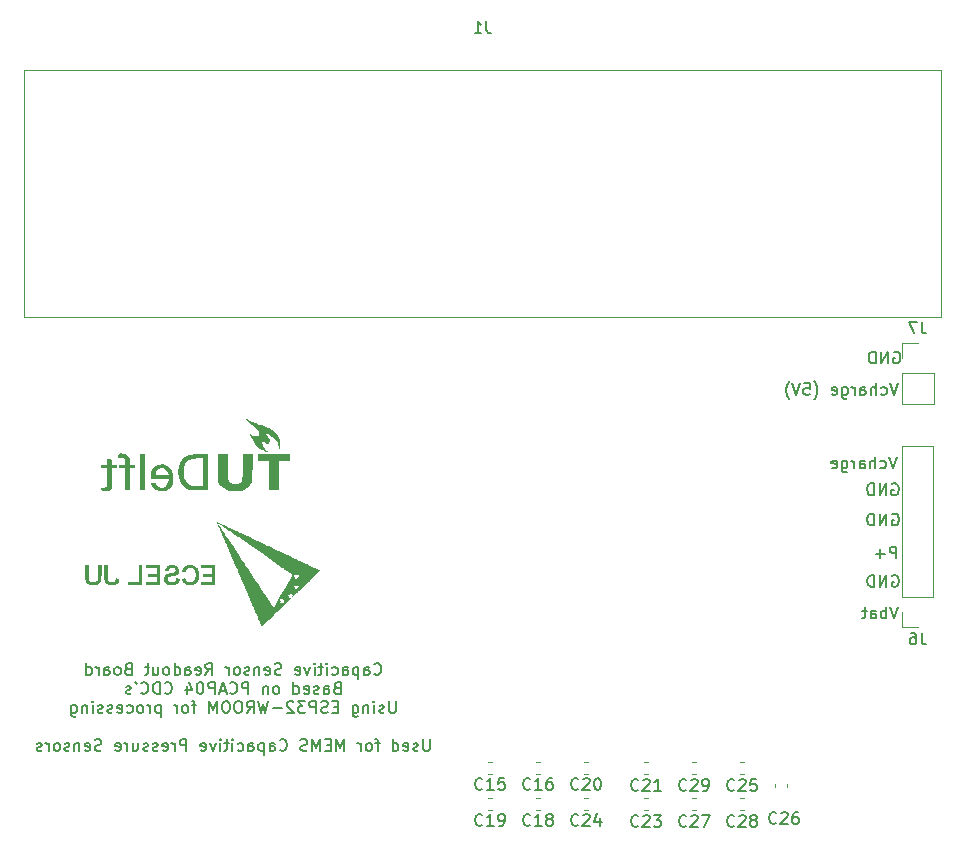
<source format=gbr>
%TF.GenerationSoftware,KiCad,Pcbnew,(6.0.6)*%
%TF.CreationDate,2022-08-28T18:07:26+02:00*%
%TF.ProjectId,PCAP04_Interface,50434150-3034-45f4-996e-746572666163,rev?*%
%TF.SameCoordinates,Original*%
%TF.FileFunction,Legend,Bot*%
%TF.FilePolarity,Positive*%
%FSLAX46Y46*%
G04 Gerber Fmt 4.6, Leading zero omitted, Abs format (unit mm)*
G04 Created by KiCad (PCBNEW (6.0.6)) date 2022-08-28 18:07:26*
%MOMM*%
%LPD*%
G01*
G04 APERTURE LIST*
%ADD10C,0.150000*%
%ADD11C,0.120000*%
G04 APERTURE END LIST*
D10*
X178307904Y-126373000D02*
X178403142Y-126325380D01*
X178546000Y-126325380D01*
X178688857Y-126373000D01*
X178784095Y-126468238D01*
X178831714Y-126563476D01*
X178879333Y-126753952D01*
X178879333Y-126896809D01*
X178831714Y-127087285D01*
X178784095Y-127182523D01*
X178688857Y-127277761D01*
X178546000Y-127325380D01*
X178450761Y-127325380D01*
X178307904Y-127277761D01*
X178260285Y-127230142D01*
X178260285Y-126896809D01*
X178450761Y-126896809D01*
X177831714Y-127325380D02*
X177831714Y-126325380D01*
X177260285Y-127325380D01*
X177260285Y-126325380D01*
X176784095Y-127325380D02*
X176784095Y-126325380D01*
X176546000Y-126325380D01*
X176403142Y-126373000D01*
X176307904Y-126468238D01*
X176260285Y-126563476D01*
X176212666Y-126753952D01*
X176212666Y-126896809D01*
X176260285Y-127087285D01*
X176307904Y-127182523D01*
X176403142Y-127277761D01*
X176546000Y-127325380D01*
X176784095Y-127325380D01*
X178815809Y-128992380D02*
X178482476Y-129992380D01*
X178149142Y-128992380D01*
X177815809Y-129992380D02*
X177815809Y-128992380D01*
X177815809Y-129373333D02*
X177720571Y-129325714D01*
X177530095Y-129325714D01*
X177434857Y-129373333D01*
X177387238Y-129420952D01*
X177339619Y-129516190D01*
X177339619Y-129801904D01*
X177387238Y-129897142D01*
X177434857Y-129944761D01*
X177530095Y-129992380D01*
X177720571Y-129992380D01*
X177815809Y-129944761D01*
X176482476Y-129992380D02*
X176482476Y-129468571D01*
X176530095Y-129373333D01*
X176625333Y-129325714D01*
X176815809Y-129325714D01*
X176911047Y-129373333D01*
X176482476Y-129944761D02*
X176577714Y-129992380D01*
X176815809Y-129992380D01*
X176911047Y-129944761D01*
X176958666Y-129849523D01*
X176958666Y-129754285D01*
X176911047Y-129659047D01*
X176815809Y-129611428D01*
X176577714Y-129611428D01*
X176482476Y-129563809D01*
X176149142Y-129325714D02*
X175768190Y-129325714D01*
X176006285Y-128992380D02*
X176006285Y-129849523D01*
X175958666Y-129944761D01*
X175863428Y-129992380D01*
X175768190Y-129992380D01*
X178434904Y-107450000D02*
X178530142Y-107402380D01*
X178673000Y-107402380D01*
X178815857Y-107450000D01*
X178911095Y-107545238D01*
X178958714Y-107640476D01*
X179006333Y-107830952D01*
X179006333Y-107973809D01*
X178958714Y-108164285D01*
X178911095Y-108259523D01*
X178815857Y-108354761D01*
X178673000Y-108402380D01*
X178577761Y-108402380D01*
X178434904Y-108354761D01*
X178387285Y-108307142D01*
X178387285Y-107973809D01*
X178577761Y-107973809D01*
X177958714Y-108402380D02*
X177958714Y-107402380D01*
X177387285Y-108402380D01*
X177387285Y-107402380D01*
X176911095Y-108402380D02*
X176911095Y-107402380D01*
X176673000Y-107402380D01*
X176530142Y-107450000D01*
X176434904Y-107545238D01*
X176387285Y-107640476D01*
X176339666Y-107830952D01*
X176339666Y-107973809D01*
X176387285Y-108164285D01*
X176434904Y-108259523D01*
X176530142Y-108354761D01*
X176673000Y-108402380D01*
X176911095Y-108402380D01*
X178299971Y-118607735D02*
X178395209Y-118560115D01*
X178538067Y-118560115D01*
X178680924Y-118607735D01*
X178776162Y-118702973D01*
X178823781Y-118798211D01*
X178871400Y-118988687D01*
X178871400Y-119131544D01*
X178823781Y-119322020D01*
X178776162Y-119417258D01*
X178680924Y-119512496D01*
X178538067Y-119560115D01*
X178442828Y-119560115D01*
X178299971Y-119512496D01*
X178252352Y-119464877D01*
X178252352Y-119131544D01*
X178442828Y-119131544D01*
X177823781Y-119560115D02*
X177823781Y-118560115D01*
X177252352Y-119560115D01*
X177252352Y-118560115D01*
X176776162Y-119560115D02*
X176776162Y-118560115D01*
X176538067Y-118560115D01*
X176395209Y-118607735D01*
X176299971Y-118702973D01*
X176252352Y-118798211D01*
X176204733Y-118988687D01*
X176204733Y-119131544D01*
X176252352Y-119322020D01*
X176299971Y-119417258D01*
X176395209Y-119512496D01*
X176538067Y-119560115D01*
X176776162Y-119560115D01*
X134459761Y-134678142D02*
X134507380Y-134725761D01*
X134650238Y-134773380D01*
X134745476Y-134773380D01*
X134888333Y-134725761D01*
X134983571Y-134630523D01*
X135031190Y-134535285D01*
X135078809Y-134344809D01*
X135078809Y-134201952D01*
X135031190Y-134011476D01*
X134983571Y-133916238D01*
X134888333Y-133821000D01*
X134745476Y-133773380D01*
X134650238Y-133773380D01*
X134507380Y-133821000D01*
X134459761Y-133868619D01*
X133602619Y-134773380D02*
X133602619Y-134249571D01*
X133650238Y-134154333D01*
X133745476Y-134106714D01*
X133935952Y-134106714D01*
X134031190Y-134154333D01*
X133602619Y-134725761D02*
X133697857Y-134773380D01*
X133935952Y-134773380D01*
X134031190Y-134725761D01*
X134078809Y-134630523D01*
X134078809Y-134535285D01*
X134031190Y-134440047D01*
X133935952Y-134392428D01*
X133697857Y-134392428D01*
X133602619Y-134344809D01*
X133126428Y-134106714D02*
X133126428Y-135106714D01*
X133126428Y-134154333D02*
X133031190Y-134106714D01*
X132840714Y-134106714D01*
X132745476Y-134154333D01*
X132697857Y-134201952D01*
X132650238Y-134297190D01*
X132650238Y-134582904D01*
X132697857Y-134678142D01*
X132745476Y-134725761D01*
X132840714Y-134773380D01*
X133031190Y-134773380D01*
X133126428Y-134725761D01*
X131793095Y-134773380D02*
X131793095Y-134249571D01*
X131840714Y-134154333D01*
X131935952Y-134106714D01*
X132126428Y-134106714D01*
X132221666Y-134154333D01*
X131793095Y-134725761D02*
X131888333Y-134773380D01*
X132126428Y-134773380D01*
X132221666Y-134725761D01*
X132269285Y-134630523D01*
X132269285Y-134535285D01*
X132221666Y-134440047D01*
X132126428Y-134392428D01*
X131888333Y-134392428D01*
X131793095Y-134344809D01*
X130888333Y-134725761D02*
X130983571Y-134773380D01*
X131174047Y-134773380D01*
X131269285Y-134725761D01*
X131316904Y-134678142D01*
X131364523Y-134582904D01*
X131364523Y-134297190D01*
X131316904Y-134201952D01*
X131269285Y-134154333D01*
X131174047Y-134106714D01*
X130983571Y-134106714D01*
X130888333Y-134154333D01*
X130459761Y-134773380D02*
X130459761Y-134106714D01*
X130459761Y-133773380D02*
X130507380Y-133821000D01*
X130459761Y-133868619D01*
X130412142Y-133821000D01*
X130459761Y-133773380D01*
X130459761Y-133868619D01*
X130126428Y-134106714D02*
X129745476Y-134106714D01*
X129983571Y-133773380D02*
X129983571Y-134630523D01*
X129935952Y-134725761D01*
X129840714Y-134773380D01*
X129745476Y-134773380D01*
X129412142Y-134773380D02*
X129412142Y-134106714D01*
X129412142Y-133773380D02*
X129459761Y-133821000D01*
X129412142Y-133868619D01*
X129364523Y-133821000D01*
X129412142Y-133773380D01*
X129412142Y-133868619D01*
X129031190Y-134106714D02*
X128793095Y-134773380D01*
X128555000Y-134106714D01*
X127793095Y-134725761D02*
X127888333Y-134773380D01*
X128078809Y-134773380D01*
X128174047Y-134725761D01*
X128221666Y-134630523D01*
X128221666Y-134249571D01*
X128174047Y-134154333D01*
X128078809Y-134106714D01*
X127888333Y-134106714D01*
X127793095Y-134154333D01*
X127745476Y-134249571D01*
X127745476Y-134344809D01*
X128221666Y-134440047D01*
X126602619Y-134725761D02*
X126459761Y-134773380D01*
X126221666Y-134773380D01*
X126126428Y-134725761D01*
X126078809Y-134678142D01*
X126031190Y-134582904D01*
X126031190Y-134487666D01*
X126078809Y-134392428D01*
X126126428Y-134344809D01*
X126221666Y-134297190D01*
X126412142Y-134249571D01*
X126507380Y-134201952D01*
X126555000Y-134154333D01*
X126602619Y-134059095D01*
X126602619Y-133963857D01*
X126555000Y-133868619D01*
X126507380Y-133821000D01*
X126412142Y-133773380D01*
X126174047Y-133773380D01*
X126031190Y-133821000D01*
X125221666Y-134725761D02*
X125316904Y-134773380D01*
X125507380Y-134773380D01*
X125602619Y-134725761D01*
X125650238Y-134630523D01*
X125650238Y-134249571D01*
X125602619Y-134154333D01*
X125507380Y-134106714D01*
X125316904Y-134106714D01*
X125221666Y-134154333D01*
X125174047Y-134249571D01*
X125174047Y-134344809D01*
X125650238Y-134440047D01*
X124745476Y-134106714D02*
X124745476Y-134773380D01*
X124745476Y-134201952D02*
X124697857Y-134154333D01*
X124602619Y-134106714D01*
X124459761Y-134106714D01*
X124364523Y-134154333D01*
X124316904Y-134249571D01*
X124316904Y-134773380D01*
X123888333Y-134725761D02*
X123793095Y-134773380D01*
X123602619Y-134773380D01*
X123507380Y-134725761D01*
X123459761Y-134630523D01*
X123459761Y-134582904D01*
X123507380Y-134487666D01*
X123602619Y-134440047D01*
X123745476Y-134440047D01*
X123840714Y-134392428D01*
X123888333Y-134297190D01*
X123888333Y-134249571D01*
X123840714Y-134154333D01*
X123745476Y-134106714D01*
X123602619Y-134106714D01*
X123507380Y-134154333D01*
X122888333Y-134773380D02*
X122983571Y-134725761D01*
X123031190Y-134678142D01*
X123078809Y-134582904D01*
X123078809Y-134297190D01*
X123031190Y-134201952D01*
X122983571Y-134154333D01*
X122888333Y-134106714D01*
X122745476Y-134106714D01*
X122650238Y-134154333D01*
X122602619Y-134201952D01*
X122555000Y-134297190D01*
X122555000Y-134582904D01*
X122602619Y-134678142D01*
X122650238Y-134725761D01*
X122745476Y-134773380D01*
X122888333Y-134773380D01*
X122126428Y-134773380D02*
X122126428Y-134106714D01*
X122126428Y-134297190D02*
X122078809Y-134201952D01*
X122031190Y-134154333D01*
X121935952Y-134106714D01*
X121840714Y-134106714D01*
X120174047Y-134773380D02*
X120507380Y-134297190D01*
X120745476Y-134773380D02*
X120745476Y-133773380D01*
X120364523Y-133773380D01*
X120269285Y-133821000D01*
X120221666Y-133868619D01*
X120174047Y-133963857D01*
X120174047Y-134106714D01*
X120221666Y-134201952D01*
X120269285Y-134249571D01*
X120364523Y-134297190D01*
X120745476Y-134297190D01*
X119364523Y-134725761D02*
X119459761Y-134773380D01*
X119650238Y-134773380D01*
X119745476Y-134725761D01*
X119793095Y-134630523D01*
X119793095Y-134249571D01*
X119745476Y-134154333D01*
X119650238Y-134106714D01*
X119459761Y-134106714D01*
X119364523Y-134154333D01*
X119316904Y-134249571D01*
X119316904Y-134344809D01*
X119793095Y-134440047D01*
X118459761Y-134773380D02*
X118459761Y-134249571D01*
X118507380Y-134154333D01*
X118602619Y-134106714D01*
X118793095Y-134106714D01*
X118888333Y-134154333D01*
X118459761Y-134725761D02*
X118555000Y-134773380D01*
X118793095Y-134773380D01*
X118888333Y-134725761D01*
X118935952Y-134630523D01*
X118935952Y-134535285D01*
X118888333Y-134440047D01*
X118793095Y-134392428D01*
X118555000Y-134392428D01*
X118459761Y-134344809D01*
X117555000Y-134773380D02*
X117555000Y-133773380D01*
X117555000Y-134725761D02*
X117650238Y-134773380D01*
X117840714Y-134773380D01*
X117935952Y-134725761D01*
X117983571Y-134678142D01*
X118031190Y-134582904D01*
X118031190Y-134297190D01*
X117983571Y-134201952D01*
X117935952Y-134154333D01*
X117840714Y-134106714D01*
X117650238Y-134106714D01*
X117555000Y-134154333D01*
X116935952Y-134773380D02*
X117031190Y-134725761D01*
X117078809Y-134678142D01*
X117126428Y-134582904D01*
X117126428Y-134297190D01*
X117078809Y-134201952D01*
X117031190Y-134154333D01*
X116935952Y-134106714D01*
X116793095Y-134106714D01*
X116697857Y-134154333D01*
X116650238Y-134201952D01*
X116602619Y-134297190D01*
X116602619Y-134582904D01*
X116650238Y-134678142D01*
X116697857Y-134725761D01*
X116793095Y-134773380D01*
X116935952Y-134773380D01*
X115745476Y-134106714D02*
X115745476Y-134773380D01*
X116174047Y-134106714D02*
X116174047Y-134630523D01*
X116126428Y-134725761D01*
X116031190Y-134773380D01*
X115888333Y-134773380D01*
X115793095Y-134725761D01*
X115745476Y-134678142D01*
X115412142Y-134106714D02*
X115031190Y-134106714D01*
X115269285Y-133773380D02*
X115269285Y-134630523D01*
X115221666Y-134725761D01*
X115126428Y-134773380D01*
X115031190Y-134773380D01*
X113602619Y-134249571D02*
X113459761Y-134297190D01*
X113412142Y-134344809D01*
X113364523Y-134440047D01*
X113364523Y-134582904D01*
X113412142Y-134678142D01*
X113459761Y-134725761D01*
X113555000Y-134773380D01*
X113935952Y-134773380D01*
X113935952Y-133773380D01*
X113602619Y-133773380D01*
X113507380Y-133821000D01*
X113459761Y-133868619D01*
X113412142Y-133963857D01*
X113412142Y-134059095D01*
X113459761Y-134154333D01*
X113507380Y-134201952D01*
X113602619Y-134249571D01*
X113935952Y-134249571D01*
X112793095Y-134773380D02*
X112888333Y-134725761D01*
X112935952Y-134678142D01*
X112983571Y-134582904D01*
X112983571Y-134297190D01*
X112935952Y-134201952D01*
X112888333Y-134154333D01*
X112793095Y-134106714D01*
X112650238Y-134106714D01*
X112555000Y-134154333D01*
X112507380Y-134201952D01*
X112459761Y-134297190D01*
X112459761Y-134582904D01*
X112507380Y-134678142D01*
X112555000Y-134725761D01*
X112650238Y-134773380D01*
X112793095Y-134773380D01*
X111602619Y-134773380D02*
X111602619Y-134249571D01*
X111650238Y-134154333D01*
X111745476Y-134106714D01*
X111935952Y-134106714D01*
X112031190Y-134154333D01*
X111602619Y-134725761D02*
X111697857Y-134773380D01*
X111935952Y-134773380D01*
X112031190Y-134725761D01*
X112078809Y-134630523D01*
X112078809Y-134535285D01*
X112031190Y-134440047D01*
X111935952Y-134392428D01*
X111697857Y-134392428D01*
X111602619Y-134344809D01*
X111126428Y-134773380D02*
X111126428Y-134106714D01*
X111126428Y-134297190D02*
X111078809Y-134201952D01*
X111031190Y-134154333D01*
X110935952Y-134106714D01*
X110840714Y-134106714D01*
X110078809Y-134773380D02*
X110078809Y-133773380D01*
X110078809Y-134725761D02*
X110174047Y-134773380D01*
X110364523Y-134773380D01*
X110459761Y-134725761D01*
X110507380Y-134678142D01*
X110555000Y-134582904D01*
X110555000Y-134297190D01*
X110507380Y-134201952D01*
X110459761Y-134154333D01*
X110364523Y-134106714D01*
X110174047Y-134106714D01*
X110078809Y-134154333D01*
X131293095Y-135859571D02*
X131150238Y-135907190D01*
X131102619Y-135954809D01*
X131055000Y-136050047D01*
X131055000Y-136192904D01*
X131102619Y-136288142D01*
X131150238Y-136335761D01*
X131245476Y-136383380D01*
X131626428Y-136383380D01*
X131626428Y-135383380D01*
X131293095Y-135383380D01*
X131197857Y-135431000D01*
X131150238Y-135478619D01*
X131102619Y-135573857D01*
X131102619Y-135669095D01*
X131150238Y-135764333D01*
X131197857Y-135811952D01*
X131293095Y-135859571D01*
X131626428Y-135859571D01*
X130197857Y-136383380D02*
X130197857Y-135859571D01*
X130245476Y-135764333D01*
X130340714Y-135716714D01*
X130531190Y-135716714D01*
X130626428Y-135764333D01*
X130197857Y-136335761D02*
X130293095Y-136383380D01*
X130531190Y-136383380D01*
X130626428Y-136335761D01*
X130674047Y-136240523D01*
X130674047Y-136145285D01*
X130626428Y-136050047D01*
X130531190Y-136002428D01*
X130293095Y-136002428D01*
X130197857Y-135954809D01*
X129769285Y-136335761D02*
X129674047Y-136383380D01*
X129483571Y-136383380D01*
X129388333Y-136335761D01*
X129340714Y-136240523D01*
X129340714Y-136192904D01*
X129388333Y-136097666D01*
X129483571Y-136050047D01*
X129626428Y-136050047D01*
X129721666Y-136002428D01*
X129769285Y-135907190D01*
X129769285Y-135859571D01*
X129721666Y-135764333D01*
X129626428Y-135716714D01*
X129483571Y-135716714D01*
X129388333Y-135764333D01*
X128531190Y-136335761D02*
X128626428Y-136383380D01*
X128816904Y-136383380D01*
X128912142Y-136335761D01*
X128959761Y-136240523D01*
X128959761Y-135859571D01*
X128912142Y-135764333D01*
X128816904Y-135716714D01*
X128626428Y-135716714D01*
X128531190Y-135764333D01*
X128483571Y-135859571D01*
X128483571Y-135954809D01*
X128959761Y-136050047D01*
X127626428Y-136383380D02*
X127626428Y-135383380D01*
X127626428Y-136335761D02*
X127721666Y-136383380D01*
X127912142Y-136383380D01*
X128007380Y-136335761D01*
X128055000Y-136288142D01*
X128102619Y-136192904D01*
X128102619Y-135907190D01*
X128055000Y-135811952D01*
X128007380Y-135764333D01*
X127912142Y-135716714D01*
X127721666Y-135716714D01*
X127626428Y-135764333D01*
X126245476Y-136383380D02*
X126340714Y-136335761D01*
X126388333Y-136288142D01*
X126435952Y-136192904D01*
X126435952Y-135907190D01*
X126388333Y-135811952D01*
X126340714Y-135764333D01*
X126245476Y-135716714D01*
X126102619Y-135716714D01*
X126007380Y-135764333D01*
X125959761Y-135811952D01*
X125912142Y-135907190D01*
X125912142Y-136192904D01*
X125959761Y-136288142D01*
X126007380Y-136335761D01*
X126102619Y-136383380D01*
X126245476Y-136383380D01*
X125483571Y-135716714D02*
X125483571Y-136383380D01*
X125483571Y-135811952D02*
X125435952Y-135764333D01*
X125340714Y-135716714D01*
X125197857Y-135716714D01*
X125102619Y-135764333D01*
X125055000Y-135859571D01*
X125055000Y-136383380D01*
X123816904Y-136383380D02*
X123816904Y-135383380D01*
X123435952Y-135383380D01*
X123340714Y-135431000D01*
X123293095Y-135478619D01*
X123245476Y-135573857D01*
X123245476Y-135716714D01*
X123293095Y-135811952D01*
X123340714Y-135859571D01*
X123435952Y-135907190D01*
X123816904Y-135907190D01*
X122245476Y-136288142D02*
X122293095Y-136335761D01*
X122435952Y-136383380D01*
X122531190Y-136383380D01*
X122674047Y-136335761D01*
X122769285Y-136240523D01*
X122816904Y-136145285D01*
X122864523Y-135954809D01*
X122864523Y-135811952D01*
X122816904Y-135621476D01*
X122769285Y-135526238D01*
X122674047Y-135431000D01*
X122531190Y-135383380D01*
X122435952Y-135383380D01*
X122293095Y-135431000D01*
X122245476Y-135478619D01*
X121864523Y-136097666D02*
X121388333Y-136097666D01*
X121959761Y-136383380D02*
X121626428Y-135383380D01*
X121293095Y-136383380D01*
X120959761Y-136383380D02*
X120959761Y-135383380D01*
X120578809Y-135383380D01*
X120483571Y-135431000D01*
X120435952Y-135478619D01*
X120388333Y-135573857D01*
X120388333Y-135716714D01*
X120435952Y-135811952D01*
X120483571Y-135859571D01*
X120578809Y-135907190D01*
X120959761Y-135907190D01*
X119769285Y-135383380D02*
X119674047Y-135383380D01*
X119578809Y-135431000D01*
X119531190Y-135478619D01*
X119483571Y-135573857D01*
X119435952Y-135764333D01*
X119435952Y-136002428D01*
X119483571Y-136192904D01*
X119531190Y-136288142D01*
X119578809Y-136335761D01*
X119674047Y-136383380D01*
X119769285Y-136383380D01*
X119864523Y-136335761D01*
X119912142Y-136288142D01*
X119959761Y-136192904D01*
X120007380Y-136002428D01*
X120007380Y-135764333D01*
X119959761Y-135573857D01*
X119912142Y-135478619D01*
X119864523Y-135431000D01*
X119769285Y-135383380D01*
X118578809Y-135716714D02*
X118578809Y-136383380D01*
X118816904Y-135335761D02*
X119055000Y-136050047D01*
X118435952Y-136050047D01*
X116721666Y-136288142D02*
X116769285Y-136335761D01*
X116912142Y-136383380D01*
X117007380Y-136383380D01*
X117150238Y-136335761D01*
X117245476Y-136240523D01*
X117293095Y-136145285D01*
X117340714Y-135954809D01*
X117340714Y-135811952D01*
X117293095Y-135621476D01*
X117245476Y-135526238D01*
X117150238Y-135431000D01*
X117007380Y-135383380D01*
X116912142Y-135383380D01*
X116769285Y-135431000D01*
X116721666Y-135478619D01*
X116293095Y-136383380D02*
X116293095Y-135383380D01*
X116055000Y-135383380D01*
X115912142Y-135431000D01*
X115816904Y-135526238D01*
X115769285Y-135621476D01*
X115721666Y-135811952D01*
X115721666Y-135954809D01*
X115769285Y-136145285D01*
X115816904Y-136240523D01*
X115912142Y-136335761D01*
X116055000Y-136383380D01*
X116293095Y-136383380D01*
X114721666Y-136288142D02*
X114769285Y-136335761D01*
X114912142Y-136383380D01*
X115007380Y-136383380D01*
X115150238Y-136335761D01*
X115245476Y-136240523D01*
X115293095Y-136145285D01*
X115340714Y-135954809D01*
X115340714Y-135811952D01*
X115293095Y-135621476D01*
X115245476Y-135526238D01*
X115150238Y-135431000D01*
X115007380Y-135383380D01*
X114912142Y-135383380D01*
X114769285Y-135431000D01*
X114721666Y-135478619D01*
X114245476Y-135383380D02*
X114340714Y-135573857D01*
X113864523Y-136335761D02*
X113769285Y-136383380D01*
X113578809Y-136383380D01*
X113483571Y-136335761D01*
X113435952Y-136240523D01*
X113435952Y-136192904D01*
X113483571Y-136097666D01*
X113578809Y-136050047D01*
X113721666Y-136050047D01*
X113816904Y-136002428D01*
X113864523Y-135907190D01*
X113864523Y-135859571D01*
X113816904Y-135764333D01*
X113721666Y-135716714D01*
X113578809Y-135716714D01*
X113483571Y-135764333D01*
X136293095Y-136993380D02*
X136293095Y-137802904D01*
X136245476Y-137898142D01*
X136197857Y-137945761D01*
X136102619Y-137993380D01*
X135912142Y-137993380D01*
X135816904Y-137945761D01*
X135769285Y-137898142D01*
X135721666Y-137802904D01*
X135721666Y-136993380D01*
X135293095Y-137945761D02*
X135197857Y-137993380D01*
X135007380Y-137993380D01*
X134912142Y-137945761D01*
X134864523Y-137850523D01*
X134864523Y-137802904D01*
X134912142Y-137707666D01*
X135007380Y-137660047D01*
X135150238Y-137660047D01*
X135245476Y-137612428D01*
X135293095Y-137517190D01*
X135293095Y-137469571D01*
X135245476Y-137374333D01*
X135150238Y-137326714D01*
X135007380Y-137326714D01*
X134912142Y-137374333D01*
X134435952Y-137993380D02*
X134435952Y-137326714D01*
X134435952Y-136993380D02*
X134483571Y-137041000D01*
X134435952Y-137088619D01*
X134388333Y-137041000D01*
X134435952Y-136993380D01*
X134435952Y-137088619D01*
X133959761Y-137326714D02*
X133959761Y-137993380D01*
X133959761Y-137421952D02*
X133912142Y-137374333D01*
X133816904Y-137326714D01*
X133674047Y-137326714D01*
X133578809Y-137374333D01*
X133531190Y-137469571D01*
X133531190Y-137993380D01*
X132626428Y-137326714D02*
X132626428Y-138136238D01*
X132674047Y-138231476D01*
X132721666Y-138279095D01*
X132816904Y-138326714D01*
X132959761Y-138326714D01*
X133055000Y-138279095D01*
X132626428Y-137945761D02*
X132721666Y-137993380D01*
X132912142Y-137993380D01*
X133007380Y-137945761D01*
X133055000Y-137898142D01*
X133102619Y-137802904D01*
X133102619Y-137517190D01*
X133055000Y-137421952D01*
X133007380Y-137374333D01*
X132912142Y-137326714D01*
X132721666Y-137326714D01*
X132626428Y-137374333D01*
X131388333Y-137469571D02*
X131055000Y-137469571D01*
X130912142Y-137993380D02*
X131388333Y-137993380D01*
X131388333Y-136993380D01*
X130912142Y-136993380D01*
X130531190Y-137945761D02*
X130388333Y-137993380D01*
X130150238Y-137993380D01*
X130055000Y-137945761D01*
X130007380Y-137898142D01*
X129959761Y-137802904D01*
X129959761Y-137707666D01*
X130007380Y-137612428D01*
X130055000Y-137564809D01*
X130150238Y-137517190D01*
X130340714Y-137469571D01*
X130435952Y-137421952D01*
X130483571Y-137374333D01*
X130531190Y-137279095D01*
X130531190Y-137183857D01*
X130483571Y-137088619D01*
X130435952Y-137041000D01*
X130340714Y-136993380D01*
X130102619Y-136993380D01*
X129959761Y-137041000D01*
X129531190Y-137993380D02*
X129531190Y-136993380D01*
X129150238Y-136993380D01*
X129055000Y-137041000D01*
X129007380Y-137088619D01*
X128959761Y-137183857D01*
X128959761Y-137326714D01*
X129007380Y-137421952D01*
X129055000Y-137469571D01*
X129150238Y-137517190D01*
X129531190Y-137517190D01*
X128626428Y-136993380D02*
X128007380Y-136993380D01*
X128340714Y-137374333D01*
X128197857Y-137374333D01*
X128102619Y-137421952D01*
X128055000Y-137469571D01*
X128007380Y-137564809D01*
X128007380Y-137802904D01*
X128055000Y-137898142D01*
X128102619Y-137945761D01*
X128197857Y-137993380D01*
X128483571Y-137993380D01*
X128578809Y-137945761D01*
X128626428Y-137898142D01*
X127626428Y-137088619D02*
X127578809Y-137041000D01*
X127483571Y-136993380D01*
X127245476Y-136993380D01*
X127150238Y-137041000D01*
X127102619Y-137088619D01*
X127055000Y-137183857D01*
X127055000Y-137279095D01*
X127102619Y-137421952D01*
X127674047Y-137993380D01*
X127055000Y-137993380D01*
X126626428Y-137612428D02*
X125864523Y-137612428D01*
X125483571Y-136993380D02*
X125245476Y-137993380D01*
X125055000Y-137279095D01*
X124864523Y-137993380D01*
X124626428Y-136993380D01*
X123674047Y-137993380D02*
X124007380Y-137517190D01*
X124245476Y-137993380D02*
X124245476Y-136993380D01*
X123864523Y-136993380D01*
X123769285Y-137041000D01*
X123721666Y-137088619D01*
X123674047Y-137183857D01*
X123674047Y-137326714D01*
X123721666Y-137421952D01*
X123769285Y-137469571D01*
X123864523Y-137517190D01*
X124245476Y-137517190D01*
X123055000Y-136993380D02*
X122864523Y-136993380D01*
X122769285Y-137041000D01*
X122674047Y-137136238D01*
X122626428Y-137326714D01*
X122626428Y-137660047D01*
X122674047Y-137850523D01*
X122769285Y-137945761D01*
X122864523Y-137993380D01*
X123055000Y-137993380D01*
X123150238Y-137945761D01*
X123245476Y-137850523D01*
X123293095Y-137660047D01*
X123293095Y-137326714D01*
X123245476Y-137136238D01*
X123150238Y-137041000D01*
X123055000Y-136993380D01*
X122007380Y-136993380D02*
X121816904Y-136993380D01*
X121721666Y-137041000D01*
X121626428Y-137136238D01*
X121578809Y-137326714D01*
X121578809Y-137660047D01*
X121626428Y-137850523D01*
X121721666Y-137945761D01*
X121816904Y-137993380D01*
X122007380Y-137993380D01*
X122102619Y-137945761D01*
X122197857Y-137850523D01*
X122245476Y-137660047D01*
X122245476Y-137326714D01*
X122197857Y-137136238D01*
X122102619Y-137041000D01*
X122007380Y-136993380D01*
X121150238Y-137993380D02*
X121150238Y-136993380D01*
X120816904Y-137707666D01*
X120483571Y-136993380D01*
X120483571Y-137993380D01*
X119388333Y-137326714D02*
X119007380Y-137326714D01*
X119245476Y-137993380D02*
X119245476Y-137136238D01*
X119197857Y-137041000D01*
X119102619Y-136993380D01*
X119007380Y-136993380D01*
X118531190Y-137993380D02*
X118626428Y-137945761D01*
X118674047Y-137898142D01*
X118721666Y-137802904D01*
X118721666Y-137517190D01*
X118674047Y-137421952D01*
X118626428Y-137374333D01*
X118531190Y-137326714D01*
X118388333Y-137326714D01*
X118293095Y-137374333D01*
X118245476Y-137421952D01*
X118197857Y-137517190D01*
X118197857Y-137802904D01*
X118245476Y-137898142D01*
X118293095Y-137945761D01*
X118388333Y-137993380D01*
X118531190Y-137993380D01*
X117769285Y-137993380D02*
X117769285Y-137326714D01*
X117769285Y-137517190D02*
X117721666Y-137421952D01*
X117674047Y-137374333D01*
X117578809Y-137326714D01*
X117483571Y-137326714D01*
X116388333Y-137326714D02*
X116388333Y-138326714D01*
X116388333Y-137374333D02*
X116293095Y-137326714D01*
X116102619Y-137326714D01*
X116007380Y-137374333D01*
X115959761Y-137421952D01*
X115912142Y-137517190D01*
X115912142Y-137802904D01*
X115959761Y-137898142D01*
X116007380Y-137945761D01*
X116102619Y-137993380D01*
X116293095Y-137993380D01*
X116388333Y-137945761D01*
X115483571Y-137993380D02*
X115483571Y-137326714D01*
X115483571Y-137517190D02*
X115435952Y-137421952D01*
X115388333Y-137374333D01*
X115293095Y-137326714D01*
X115197857Y-137326714D01*
X114721666Y-137993380D02*
X114816904Y-137945761D01*
X114864523Y-137898142D01*
X114912142Y-137802904D01*
X114912142Y-137517190D01*
X114864523Y-137421952D01*
X114816904Y-137374333D01*
X114721666Y-137326714D01*
X114578809Y-137326714D01*
X114483571Y-137374333D01*
X114435952Y-137421952D01*
X114388333Y-137517190D01*
X114388333Y-137802904D01*
X114435952Y-137898142D01*
X114483571Y-137945761D01*
X114578809Y-137993380D01*
X114721666Y-137993380D01*
X113531190Y-137945761D02*
X113626428Y-137993380D01*
X113816904Y-137993380D01*
X113912142Y-137945761D01*
X113959761Y-137898142D01*
X114007380Y-137802904D01*
X114007380Y-137517190D01*
X113959761Y-137421952D01*
X113912142Y-137374333D01*
X113816904Y-137326714D01*
X113626428Y-137326714D01*
X113531190Y-137374333D01*
X112721666Y-137945761D02*
X112816904Y-137993380D01*
X113007380Y-137993380D01*
X113102619Y-137945761D01*
X113150238Y-137850523D01*
X113150238Y-137469571D01*
X113102619Y-137374333D01*
X113007380Y-137326714D01*
X112816904Y-137326714D01*
X112721666Y-137374333D01*
X112674047Y-137469571D01*
X112674047Y-137564809D01*
X113150238Y-137660047D01*
X112293095Y-137945761D02*
X112197857Y-137993380D01*
X112007380Y-137993380D01*
X111912142Y-137945761D01*
X111864523Y-137850523D01*
X111864523Y-137802904D01*
X111912142Y-137707666D01*
X112007380Y-137660047D01*
X112150238Y-137660047D01*
X112245476Y-137612428D01*
X112293095Y-137517190D01*
X112293095Y-137469571D01*
X112245476Y-137374333D01*
X112150238Y-137326714D01*
X112007380Y-137326714D01*
X111912142Y-137374333D01*
X111483571Y-137945761D02*
X111388333Y-137993380D01*
X111197857Y-137993380D01*
X111102619Y-137945761D01*
X111055000Y-137850523D01*
X111055000Y-137802904D01*
X111102619Y-137707666D01*
X111197857Y-137660047D01*
X111340714Y-137660047D01*
X111435952Y-137612428D01*
X111483571Y-137517190D01*
X111483571Y-137469571D01*
X111435952Y-137374333D01*
X111340714Y-137326714D01*
X111197857Y-137326714D01*
X111102619Y-137374333D01*
X110626428Y-137993380D02*
X110626428Y-137326714D01*
X110626428Y-136993380D02*
X110674047Y-137041000D01*
X110626428Y-137088619D01*
X110578809Y-137041000D01*
X110626428Y-136993380D01*
X110626428Y-137088619D01*
X110150238Y-137326714D02*
X110150238Y-137993380D01*
X110150238Y-137421952D02*
X110102619Y-137374333D01*
X110007380Y-137326714D01*
X109864523Y-137326714D01*
X109769285Y-137374333D01*
X109721666Y-137469571D01*
X109721666Y-137993380D01*
X108816904Y-137326714D02*
X108816904Y-138136238D01*
X108864523Y-138231476D01*
X108912142Y-138279095D01*
X109007380Y-138326714D01*
X109150238Y-138326714D01*
X109245476Y-138279095D01*
X108816904Y-137945761D02*
X108912142Y-137993380D01*
X109102619Y-137993380D01*
X109197857Y-137945761D01*
X109245476Y-137898142D01*
X109293095Y-137802904D01*
X109293095Y-137517190D01*
X109245476Y-137421952D01*
X109197857Y-137374333D01*
X109102619Y-137326714D01*
X108912142Y-137326714D01*
X108816904Y-137374333D01*
X139174047Y-140213380D02*
X139174047Y-141022904D01*
X139126428Y-141118142D01*
X139078809Y-141165761D01*
X138983571Y-141213380D01*
X138793095Y-141213380D01*
X138697857Y-141165761D01*
X138650238Y-141118142D01*
X138602619Y-141022904D01*
X138602619Y-140213380D01*
X138174047Y-141165761D02*
X138078809Y-141213380D01*
X137888333Y-141213380D01*
X137793095Y-141165761D01*
X137745476Y-141070523D01*
X137745476Y-141022904D01*
X137793095Y-140927666D01*
X137888333Y-140880047D01*
X138031190Y-140880047D01*
X138126428Y-140832428D01*
X138174047Y-140737190D01*
X138174047Y-140689571D01*
X138126428Y-140594333D01*
X138031190Y-140546714D01*
X137888333Y-140546714D01*
X137793095Y-140594333D01*
X136935952Y-141165761D02*
X137031190Y-141213380D01*
X137221666Y-141213380D01*
X137316904Y-141165761D01*
X137364523Y-141070523D01*
X137364523Y-140689571D01*
X137316904Y-140594333D01*
X137221666Y-140546714D01*
X137031190Y-140546714D01*
X136935952Y-140594333D01*
X136888333Y-140689571D01*
X136888333Y-140784809D01*
X137364523Y-140880047D01*
X136031190Y-141213380D02*
X136031190Y-140213380D01*
X136031190Y-141165761D02*
X136126428Y-141213380D01*
X136316904Y-141213380D01*
X136412142Y-141165761D01*
X136459761Y-141118142D01*
X136507380Y-141022904D01*
X136507380Y-140737190D01*
X136459761Y-140641952D01*
X136412142Y-140594333D01*
X136316904Y-140546714D01*
X136126428Y-140546714D01*
X136031190Y-140594333D01*
X134935952Y-140546714D02*
X134555000Y-140546714D01*
X134793095Y-141213380D02*
X134793095Y-140356238D01*
X134745476Y-140261000D01*
X134650238Y-140213380D01*
X134555000Y-140213380D01*
X134078809Y-141213380D02*
X134174047Y-141165761D01*
X134221666Y-141118142D01*
X134269285Y-141022904D01*
X134269285Y-140737190D01*
X134221666Y-140641952D01*
X134174047Y-140594333D01*
X134078809Y-140546714D01*
X133935952Y-140546714D01*
X133840714Y-140594333D01*
X133793095Y-140641952D01*
X133745476Y-140737190D01*
X133745476Y-141022904D01*
X133793095Y-141118142D01*
X133840714Y-141165761D01*
X133935952Y-141213380D01*
X134078809Y-141213380D01*
X133316904Y-141213380D02*
X133316904Y-140546714D01*
X133316904Y-140737190D02*
X133269285Y-140641952D01*
X133221666Y-140594333D01*
X133126428Y-140546714D01*
X133031190Y-140546714D01*
X131935952Y-141213380D02*
X131935952Y-140213380D01*
X131602619Y-140927666D01*
X131269285Y-140213380D01*
X131269285Y-141213380D01*
X130793095Y-140689571D02*
X130459761Y-140689571D01*
X130316904Y-141213380D02*
X130793095Y-141213380D01*
X130793095Y-140213380D01*
X130316904Y-140213380D01*
X129888333Y-141213380D02*
X129888333Y-140213380D01*
X129555000Y-140927666D01*
X129221666Y-140213380D01*
X129221666Y-141213380D01*
X128793095Y-141165761D02*
X128650238Y-141213380D01*
X128412142Y-141213380D01*
X128316904Y-141165761D01*
X128269285Y-141118142D01*
X128221666Y-141022904D01*
X128221666Y-140927666D01*
X128269285Y-140832428D01*
X128316904Y-140784809D01*
X128412142Y-140737190D01*
X128602619Y-140689571D01*
X128697857Y-140641952D01*
X128745476Y-140594333D01*
X128793095Y-140499095D01*
X128793095Y-140403857D01*
X128745476Y-140308619D01*
X128697857Y-140261000D01*
X128602619Y-140213380D01*
X128364523Y-140213380D01*
X128221666Y-140261000D01*
X126459761Y-141118142D02*
X126507380Y-141165761D01*
X126650238Y-141213380D01*
X126745476Y-141213380D01*
X126888333Y-141165761D01*
X126983571Y-141070523D01*
X127031190Y-140975285D01*
X127078809Y-140784809D01*
X127078809Y-140641952D01*
X127031190Y-140451476D01*
X126983571Y-140356238D01*
X126888333Y-140261000D01*
X126745476Y-140213380D01*
X126650238Y-140213380D01*
X126507380Y-140261000D01*
X126459761Y-140308619D01*
X125602619Y-141213380D02*
X125602619Y-140689571D01*
X125650238Y-140594333D01*
X125745476Y-140546714D01*
X125935952Y-140546714D01*
X126031190Y-140594333D01*
X125602619Y-141165761D02*
X125697857Y-141213380D01*
X125935952Y-141213380D01*
X126031190Y-141165761D01*
X126078809Y-141070523D01*
X126078809Y-140975285D01*
X126031190Y-140880047D01*
X125935952Y-140832428D01*
X125697857Y-140832428D01*
X125602619Y-140784809D01*
X125126428Y-140546714D02*
X125126428Y-141546714D01*
X125126428Y-140594333D02*
X125031190Y-140546714D01*
X124840714Y-140546714D01*
X124745476Y-140594333D01*
X124697857Y-140641952D01*
X124650238Y-140737190D01*
X124650238Y-141022904D01*
X124697857Y-141118142D01*
X124745476Y-141165761D01*
X124840714Y-141213380D01*
X125031190Y-141213380D01*
X125126428Y-141165761D01*
X123793095Y-141213380D02*
X123793095Y-140689571D01*
X123840714Y-140594333D01*
X123935952Y-140546714D01*
X124126428Y-140546714D01*
X124221666Y-140594333D01*
X123793095Y-141165761D02*
X123888333Y-141213380D01*
X124126428Y-141213380D01*
X124221666Y-141165761D01*
X124269285Y-141070523D01*
X124269285Y-140975285D01*
X124221666Y-140880047D01*
X124126428Y-140832428D01*
X123888333Y-140832428D01*
X123793095Y-140784809D01*
X122888333Y-141165761D02*
X122983571Y-141213380D01*
X123174047Y-141213380D01*
X123269285Y-141165761D01*
X123316904Y-141118142D01*
X123364523Y-141022904D01*
X123364523Y-140737190D01*
X123316904Y-140641952D01*
X123269285Y-140594333D01*
X123174047Y-140546714D01*
X122983571Y-140546714D01*
X122888333Y-140594333D01*
X122459761Y-141213380D02*
X122459761Y-140546714D01*
X122459761Y-140213380D02*
X122507380Y-140261000D01*
X122459761Y-140308619D01*
X122412142Y-140261000D01*
X122459761Y-140213380D01*
X122459761Y-140308619D01*
X122126428Y-140546714D02*
X121745476Y-140546714D01*
X121983571Y-140213380D02*
X121983571Y-141070523D01*
X121935952Y-141165761D01*
X121840714Y-141213380D01*
X121745476Y-141213380D01*
X121412142Y-141213380D02*
X121412142Y-140546714D01*
X121412142Y-140213380D02*
X121459761Y-140261000D01*
X121412142Y-140308619D01*
X121364523Y-140261000D01*
X121412142Y-140213380D01*
X121412142Y-140308619D01*
X121031190Y-140546714D02*
X120793095Y-141213380D01*
X120555000Y-140546714D01*
X119793095Y-141165761D02*
X119888333Y-141213380D01*
X120078809Y-141213380D01*
X120174047Y-141165761D01*
X120221666Y-141070523D01*
X120221666Y-140689571D01*
X120174047Y-140594333D01*
X120078809Y-140546714D01*
X119888333Y-140546714D01*
X119793095Y-140594333D01*
X119745476Y-140689571D01*
X119745476Y-140784809D01*
X120221666Y-140880047D01*
X118555000Y-141213380D02*
X118555000Y-140213380D01*
X118174047Y-140213380D01*
X118078809Y-140261000D01*
X118031190Y-140308619D01*
X117983571Y-140403857D01*
X117983571Y-140546714D01*
X118031190Y-140641952D01*
X118078809Y-140689571D01*
X118174047Y-140737190D01*
X118555000Y-140737190D01*
X117555000Y-141213380D02*
X117555000Y-140546714D01*
X117555000Y-140737190D02*
X117507380Y-140641952D01*
X117459761Y-140594333D01*
X117364523Y-140546714D01*
X117269285Y-140546714D01*
X116555000Y-141165761D02*
X116650238Y-141213380D01*
X116840714Y-141213380D01*
X116935952Y-141165761D01*
X116983571Y-141070523D01*
X116983571Y-140689571D01*
X116935952Y-140594333D01*
X116840714Y-140546714D01*
X116650238Y-140546714D01*
X116555000Y-140594333D01*
X116507380Y-140689571D01*
X116507380Y-140784809D01*
X116983571Y-140880047D01*
X116126428Y-141165761D02*
X116031190Y-141213380D01*
X115840714Y-141213380D01*
X115745476Y-141165761D01*
X115697857Y-141070523D01*
X115697857Y-141022904D01*
X115745476Y-140927666D01*
X115840714Y-140880047D01*
X115983571Y-140880047D01*
X116078809Y-140832428D01*
X116126428Y-140737190D01*
X116126428Y-140689571D01*
X116078809Y-140594333D01*
X115983571Y-140546714D01*
X115840714Y-140546714D01*
X115745476Y-140594333D01*
X115316904Y-141165761D02*
X115221666Y-141213380D01*
X115031190Y-141213380D01*
X114935952Y-141165761D01*
X114888333Y-141070523D01*
X114888333Y-141022904D01*
X114935952Y-140927666D01*
X115031190Y-140880047D01*
X115174047Y-140880047D01*
X115269285Y-140832428D01*
X115316904Y-140737190D01*
X115316904Y-140689571D01*
X115269285Y-140594333D01*
X115174047Y-140546714D01*
X115031190Y-140546714D01*
X114935952Y-140594333D01*
X114031190Y-140546714D02*
X114031190Y-141213380D01*
X114459761Y-140546714D02*
X114459761Y-141070523D01*
X114412142Y-141165761D01*
X114316904Y-141213380D01*
X114174047Y-141213380D01*
X114078809Y-141165761D01*
X114031190Y-141118142D01*
X113555000Y-141213380D02*
X113555000Y-140546714D01*
X113555000Y-140737190D02*
X113507380Y-140641952D01*
X113459761Y-140594333D01*
X113364523Y-140546714D01*
X113269285Y-140546714D01*
X112555000Y-141165761D02*
X112650238Y-141213380D01*
X112840714Y-141213380D01*
X112935952Y-141165761D01*
X112983571Y-141070523D01*
X112983571Y-140689571D01*
X112935952Y-140594333D01*
X112840714Y-140546714D01*
X112650238Y-140546714D01*
X112555000Y-140594333D01*
X112507380Y-140689571D01*
X112507380Y-140784809D01*
X112983571Y-140880047D01*
X111364523Y-141165761D02*
X111221666Y-141213380D01*
X110983571Y-141213380D01*
X110888333Y-141165761D01*
X110840714Y-141118142D01*
X110793095Y-141022904D01*
X110793095Y-140927666D01*
X110840714Y-140832428D01*
X110888333Y-140784809D01*
X110983571Y-140737190D01*
X111174047Y-140689571D01*
X111269285Y-140641952D01*
X111316904Y-140594333D01*
X111364523Y-140499095D01*
X111364523Y-140403857D01*
X111316904Y-140308619D01*
X111269285Y-140261000D01*
X111174047Y-140213380D01*
X110935952Y-140213380D01*
X110793095Y-140261000D01*
X109983571Y-141165761D02*
X110078809Y-141213380D01*
X110269285Y-141213380D01*
X110364523Y-141165761D01*
X110412142Y-141070523D01*
X110412142Y-140689571D01*
X110364523Y-140594333D01*
X110269285Y-140546714D01*
X110078809Y-140546714D01*
X109983571Y-140594333D01*
X109935952Y-140689571D01*
X109935952Y-140784809D01*
X110412142Y-140880047D01*
X109507380Y-140546714D02*
X109507380Y-141213380D01*
X109507380Y-140641952D02*
X109459761Y-140594333D01*
X109364523Y-140546714D01*
X109221666Y-140546714D01*
X109126428Y-140594333D01*
X109078809Y-140689571D01*
X109078809Y-141213380D01*
X108650238Y-141165761D02*
X108555000Y-141213380D01*
X108364523Y-141213380D01*
X108269285Y-141165761D01*
X108221666Y-141070523D01*
X108221666Y-141022904D01*
X108269285Y-140927666D01*
X108364523Y-140880047D01*
X108507380Y-140880047D01*
X108602619Y-140832428D01*
X108650238Y-140737190D01*
X108650238Y-140689571D01*
X108602619Y-140594333D01*
X108507380Y-140546714D01*
X108364523Y-140546714D01*
X108269285Y-140594333D01*
X107650238Y-141213380D02*
X107745476Y-141165761D01*
X107793095Y-141118142D01*
X107840714Y-141022904D01*
X107840714Y-140737190D01*
X107793095Y-140641952D01*
X107745476Y-140594333D01*
X107650238Y-140546714D01*
X107507380Y-140546714D01*
X107412142Y-140594333D01*
X107364523Y-140641952D01*
X107316904Y-140737190D01*
X107316904Y-141022904D01*
X107364523Y-141118142D01*
X107412142Y-141165761D01*
X107507380Y-141213380D01*
X107650238Y-141213380D01*
X106888333Y-141213380D02*
X106888333Y-140546714D01*
X106888333Y-140737190D02*
X106840714Y-140641952D01*
X106793095Y-140594333D01*
X106697857Y-140546714D01*
X106602619Y-140546714D01*
X106316904Y-141165761D02*
X106221666Y-141213380D01*
X106031190Y-141213380D01*
X105935952Y-141165761D01*
X105888333Y-141070523D01*
X105888333Y-141022904D01*
X105935952Y-140927666D01*
X106031190Y-140880047D01*
X106174047Y-140880047D01*
X106269285Y-140832428D01*
X106316904Y-140737190D01*
X106316904Y-140689571D01*
X106269285Y-140594333D01*
X106174047Y-140546714D01*
X106031190Y-140546714D01*
X105935952Y-140594333D01*
X178680952Y-124912380D02*
X178680952Y-123912380D01*
X178300000Y-123912380D01*
X178204761Y-123960000D01*
X178157142Y-124007619D01*
X178109523Y-124102857D01*
X178109523Y-124245714D01*
X178157142Y-124340952D01*
X178204761Y-124388571D01*
X178300000Y-124436190D01*
X178680952Y-124436190D01*
X177680952Y-124531428D02*
X176919047Y-124531428D01*
X177300000Y-124912380D02*
X177300000Y-124150476D01*
X178752142Y-116292380D02*
X178418809Y-117292380D01*
X178085476Y-116292380D01*
X177323571Y-117244761D02*
X177418809Y-117292380D01*
X177609285Y-117292380D01*
X177704523Y-117244761D01*
X177752142Y-117197142D01*
X177799761Y-117101904D01*
X177799761Y-116816190D01*
X177752142Y-116720952D01*
X177704523Y-116673333D01*
X177609285Y-116625714D01*
X177418809Y-116625714D01*
X177323571Y-116673333D01*
X176895000Y-117292380D02*
X176895000Y-116292380D01*
X176466428Y-117292380D02*
X176466428Y-116768571D01*
X176514047Y-116673333D01*
X176609285Y-116625714D01*
X176752142Y-116625714D01*
X176847380Y-116673333D01*
X176895000Y-116720952D01*
X175561666Y-117292380D02*
X175561666Y-116768571D01*
X175609285Y-116673333D01*
X175704523Y-116625714D01*
X175895000Y-116625714D01*
X175990238Y-116673333D01*
X175561666Y-117244761D02*
X175656904Y-117292380D01*
X175895000Y-117292380D01*
X175990238Y-117244761D01*
X176037857Y-117149523D01*
X176037857Y-117054285D01*
X175990238Y-116959047D01*
X175895000Y-116911428D01*
X175656904Y-116911428D01*
X175561666Y-116863809D01*
X175085476Y-117292380D02*
X175085476Y-116625714D01*
X175085476Y-116816190D02*
X175037857Y-116720952D01*
X174990238Y-116673333D01*
X174895000Y-116625714D01*
X174799761Y-116625714D01*
X174037857Y-116625714D02*
X174037857Y-117435238D01*
X174085476Y-117530476D01*
X174133095Y-117578095D01*
X174228333Y-117625714D01*
X174371190Y-117625714D01*
X174466428Y-117578095D01*
X174037857Y-117244761D02*
X174133095Y-117292380D01*
X174323571Y-117292380D01*
X174418809Y-117244761D01*
X174466428Y-117197142D01*
X174514047Y-117101904D01*
X174514047Y-116816190D01*
X174466428Y-116720952D01*
X174418809Y-116673333D01*
X174323571Y-116625714D01*
X174133095Y-116625714D01*
X174037857Y-116673333D01*
X173180714Y-117244761D02*
X173275952Y-117292380D01*
X173466428Y-117292380D01*
X173561666Y-117244761D01*
X173609285Y-117149523D01*
X173609285Y-116768571D01*
X173561666Y-116673333D01*
X173466428Y-116625714D01*
X173275952Y-116625714D01*
X173180714Y-116673333D01*
X173133095Y-116768571D01*
X173133095Y-116863809D01*
X173609285Y-116959047D01*
X178307904Y-121166000D02*
X178403142Y-121118380D01*
X178546000Y-121118380D01*
X178688857Y-121166000D01*
X178784095Y-121261238D01*
X178831714Y-121356476D01*
X178879333Y-121546952D01*
X178879333Y-121689809D01*
X178831714Y-121880285D01*
X178784095Y-121975523D01*
X178688857Y-122070761D01*
X178546000Y-122118380D01*
X178450761Y-122118380D01*
X178307904Y-122070761D01*
X178260285Y-122023142D01*
X178260285Y-121689809D01*
X178450761Y-121689809D01*
X177831714Y-122118380D02*
X177831714Y-121118380D01*
X177260285Y-122118380D01*
X177260285Y-121118380D01*
X176784095Y-122118380D02*
X176784095Y-121118380D01*
X176546000Y-121118380D01*
X176403142Y-121166000D01*
X176307904Y-121261238D01*
X176260285Y-121356476D01*
X176212666Y-121546952D01*
X176212666Y-121689809D01*
X176260285Y-121880285D01*
X176307904Y-121975523D01*
X176403142Y-122070761D01*
X176546000Y-122118380D01*
X176784095Y-122118380D01*
X178799523Y-110069380D02*
X178466190Y-111069380D01*
X178132857Y-110069380D01*
X177370952Y-111021761D02*
X177466190Y-111069380D01*
X177656666Y-111069380D01*
X177751904Y-111021761D01*
X177799523Y-110974142D01*
X177847142Y-110878904D01*
X177847142Y-110593190D01*
X177799523Y-110497952D01*
X177751904Y-110450333D01*
X177656666Y-110402714D01*
X177466190Y-110402714D01*
X177370952Y-110450333D01*
X176942380Y-111069380D02*
X176942380Y-110069380D01*
X176513809Y-111069380D02*
X176513809Y-110545571D01*
X176561428Y-110450333D01*
X176656666Y-110402714D01*
X176799523Y-110402714D01*
X176894761Y-110450333D01*
X176942380Y-110497952D01*
X175609047Y-111069380D02*
X175609047Y-110545571D01*
X175656666Y-110450333D01*
X175751904Y-110402714D01*
X175942380Y-110402714D01*
X176037619Y-110450333D01*
X175609047Y-111021761D02*
X175704285Y-111069380D01*
X175942380Y-111069380D01*
X176037619Y-111021761D01*
X176085238Y-110926523D01*
X176085238Y-110831285D01*
X176037619Y-110736047D01*
X175942380Y-110688428D01*
X175704285Y-110688428D01*
X175609047Y-110640809D01*
X175132857Y-111069380D02*
X175132857Y-110402714D01*
X175132857Y-110593190D02*
X175085238Y-110497952D01*
X175037619Y-110450333D01*
X174942380Y-110402714D01*
X174847142Y-110402714D01*
X174085238Y-110402714D02*
X174085238Y-111212238D01*
X174132857Y-111307476D01*
X174180476Y-111355095D01*
X174275714Y-111402714D01*
X174418571Y-111402714D01*
X174513809Y-111355095D01*
X174085238Y-111021761D02*
X174180476Y-111069380D01*
X174370952Y-111069380D01*
X174466190Y-111021761D01*
X174513809Y-110974142D01*
X174561428Y-110878904D01*
X174561428Y-110593190D01*
X174513809Y-110497952D01*
X174466190Y-110450333D01*
X174370952Y-110402714D01*
X174180476Y-110402714D01*
X174085238Y-110450333D01*
X173228095Y-111021761D02*
X173323333Y-111069380D01*
X173513809Y-111069380D01*
X173609047Y-111021761D01*
X173656666Y-110926523D01*
X173656666Y-110545571D01*
X173609047Y-110450333D01*
X173513809Y-110402714D01*
X173323333Y-110402714D01*
X173228095Y-110450333D01*
X173180476Y-110545571D01*
X173180476Y-110640809D01*
X173656666Y-110736047D01*
X171704285Y-111450333D02*
X171751904Y-111402714D01*
X171847142Y-111259857D01*
X171894761Y-111164619D01*
X171942380Y-111021761D01*
X171990000Y-110783666D01*
X171990000Y-110593190D01*
X171942380Y-110355095D01*
X171894761Y-110212238D01*
X171847142Y-110117000D01*
X171751904Y-109974142D01*
X171704285Y-109926523D01*
X170847142Y-110069380D02*
X171323333Y-110069380D01*
X171370952Y-110545571D01*
X171323333Y-110497952D01*
X171228095Y-110450333D01*
X170990000Y-110450333D01*
X170894761Y-110497952D01*
X170847142Y-110545571D01*
X170799523Y-110640809D01*
X170799523Y-110878904D01*
X170847142Y-110974142D01*
X170894761Y-111021761D01*
X170990000Y-111069380D01*
X171228095Y-111069380D01*
X171323333Y-111021761D01*
X171370952Y-110974142D01*
X170513809Y-110069380D02*
X170180476Y-111069380D01*
X169847142Y-110069380D01*
X169609047Y-111450333D02*
X169561428Y-111402714D01*
X169466190Y-111259857D01*
X169418571Y-111164619D01*
X169370952Y-111021761D01*
X169323333Y-110783666D01*
X169323333Y-110593190D01*
X169370952Y-110355095D01*
X169418571Y-110212238D01*
X169466190Y-110117000D01*
X169561428Y-109974142D01*
X169609047Y-109926523D01*
%TO.C,C28*%
X164965142Y-147550142D02*
X164917523Y-147597761D01*
X164774666Y-147645380D01*
X164679428Y-147645380D01*
X164536571Y-147597761D01*
X164441333Y-147502523D01*
X164393714Y-147407285D01*
X164346095Y-147216809D01*
X164346095Y-147073952D01*
X164393714Y-146883476D01*
X164441333Y-146788238D01*
X164536571Y-146693000D01*
X164679428Y-146645380D01*
X164774666Y-146645380D01*
X164917523Y-146693000D01*
X164965142Y-146740619D01*
X165346095Y-146740619D02*
X165393714Y-146693000D01*
X165488952Y-146645380D01*
X165727047Y-146645380D01*
X165822285Y-146693000D01*
X165869904Y-146740619D01*
X165917523Y-146835857D01*
X165917523Y-146931095D01*
X165869904Y-147073952D01*
X165298476Y-147645380D01*
X165917523Y-147645380D01*
X166488952Y-147073952D02*
X166393714Y-147026333D01*
X166346095Y-146978714D01*
X166298476Y-146883476D01*
X166298476Y-146835857D01*
X166346095Y-146740619D01*
X166393714Y-146693000D01*
X166488952Y-146645380D01*
X166679428Y-146645380D01*
X166774666Y-146693000D01*
X166822285Y-146740619D01*
X166869904Y-146835857D01*
X166869904Y-146883476D01*
X166822285Y-146978714D01*
X166774666Y-147026333D01*
X166679428Y-147073952D01*
X166488952Y-147073952D01*
X166393714Y-147121571D01*
X166346095Y-147169190D01*
X166298476Y-147264428D01*
X166298476Y-147454904D01*
X166346095Y-147550142D01*
X166393714Y-147597761D01*
X166488952Y-147645380D01*
X166679428Y-147645380D01*
X166774666Y-147597761D01*
X166822285Y-147550142D01*
X166869904Y-147454904D01*
X166869904Y-147264428D01*
X166822285Y-147169190D01*
X166774666Y-147121571D01*
X166679428Y-147073952D01*
%TO.C,J1*%
X143969333Y-79432380D02*
X143969333Y-80146666D01*
X144016952Y-80289523D01*
X144112190Y-80384761D01*
X144255047Y-80432380D01*
X144350285Y-80432380D01*
X142969333Y-80432380D02*
X143540761Y-80432380D01*
X143255047Y-80432380D02*
X143255047Y-79432380D01*
X143350285Y-79575238D01*
X143445523Y-79670476D01*
X143540761Y-79718095D01*
%TO.C,C25*%
X164965142Y-144502142D02*
X164917523Y-144549761D01*
X164774666Y-144597380D01*
X164679428Y-144597380D01*
X164536571Y-144549761D01*
X164441333Y-144454523D01*
X164393714Y-144359285D01*
X164346095Y-144168809D01*
X164346095Y-144025952D01*
X164393714Y-143835476D01*
X164441333Y-143740238D01*
X164536571Y-143645000D01*
X164679428Y-143597380D01*
X164774666Y-143597380D01*
X164917523Y-143645000D01*
X164965142Y-143692619D01*
X165346095Y-143692619D02*
X165393714Y-143645000D01*
X165488952Y-143597380D01*
X165727047Y-143597380D01*
X165822285Y-143645000D01*
X165869904Y-143692619D01*
X165917523Y-143787857D01*
X165917523Y-143883095D01*
X165869904Y-144025952D01*
X165298476Y-144597380D01*
X165917523Y-144597380D01*
X166822285Y-143597380D02*
X166346095Y-143597380D01*
X166298476Y-144073571D01*
X166346095Y-144025952D01*
X166441333Y-143978333D01*
X166679428Y-143978333D01*
X166774666Y-144025952D01*
X166822285Y-144073571D01*
X166869904Y-144168809D01*
X166869904Y-144406904D01*
X166822285Y-144502142D01*
X166774666Y-144549761D01*
X166679428Y-144597380D01*
X166441333Y-144597380D01*
X166346095Y-144549761D01*
X166298476Y-144502142D01*
%TO.C,C23*%
X156837142Y-147550142D02*
X156789523Y-147597761D01*
X156646666Y-147645380D01*
X156551428Y-147645380D01*
X156408571Y-147597761D01*
X156313333Y-147502523D01*
X156265714Y-147407285D01*
X156218095Y-147216809D01*
X156218095Y-147073952D01*
X156265714Y-146883476D01*
X156313333Y-146788238D01*
X156408571Y-146693000D01*
X156551428Y-146645380D01*
X156646666Y-146645380D01*
X156789523Y-146693000D01*
X156837142Y-146740619D01*
X157218095Y-146740619D02*
X157265714Y-146693000D01*
X157360952Y-146645380D01*
X157599047Y-146645380D01*
X157694285Y-146693000D01*
X157741904Y-146740619D01*
X157789523Y-146835857D01*
X157789523Y-146931095D01*
X157741904Y-147073952D01*
X157170476Y-147645380D01*
X157789523Y-147645380D01*
X158122857Y-146645380D02*
X158741904Y-146645380D01*
X158408571Y-147026333D01*
X158551428Y-147026333D01*
X158646666Y-147073952D01*
X158694285Y-147121571D01*
X158741904Y-147216809D01*
X158741904Y-147454904D01*
X158694285Y-147550142D01*
X158646666Y-147597761D01*
X158551428Y-147645380D01*
X158265714Y-147645380D01*
X158170476Y-147597761D01*
X158122857Y-147550142D01*
%TO.C,J6*%
X180800333Y-131195380D02*
X180800333Y-131909666D01*
X180847952Y-132052523D01*
X180943190Y-132147761D01*
X181086047Y-132195380D01*
X181181285Y-132195380D01*
X179895571Y-131195380D02*
X180086047Y-131195380D01*
X180181285Y-131243000D01*
X180228904Y-131290619D01*
X180324142Y-131433476D01*
X180371761Y-131623952D01*
X180371761Y-132004904D01*
X180324142Y-132100142D01*
X180276523Y-132147761D01*
X180181285Y-132195380D01*
X179990809Y-132195380D01*
X179895571Y-132147761D01*
X179847952Y-132100142D01*
X179800333Y-132004904D01*
X179800333Y-131766809D01*
X179847952Y-131671571D01*
X179895571Y-131623952D01*
X179990809Y-131576333D01*
X180181285Y-131576333D01*
X180276523Y-131623952D01*
X180324142Y-131671571D01*
X180371761Y-131766809D01*
%TO.C,C21*%
X156837142Y-144502142D02*
X156789523Y-144549761D01*
X156646666Y-144597380D01*
X156551428Y-144597380D01*
X156408571Y-144549761D01*
X156313333Y-144454523D01*
X156265714Y-144359285D01*
X156218095Y-144168809D01*
X156218095Y-144025952D01*
X156265714Y-143835476D01*
X156313333Y-143740238D01*
X156408571Y-143645000D01*
X156551428Y-143597380D01*
X156646666Y-143597380D01*
X156789523Y-143645000D01*
X156837142Y-143692619D01*
X157218095Y-143692619D02*
X157265714Y-143645000D01*
X157360952Y-143597380D01*
X157599047Y-143597380D01*
X157694285Y-143645000D01*
X157741904Y-143692619D01*
X157789523Y-143787857D01*
X157789523Y-143883095D01*
X157741904Y-144025952D01*
X157170476Y-144597380D01*
X157789523Y-144597380D01*
X158741904Y-144597380D02*
X158170476Y-144597380D01*
X158456190Y-144597380D02*
X158456190Y-143597380D01*
X158360952Y-143740238D01*
X158265714Y-143835476D01*
X158170476Y-143883095D01*
%TO.C,C18*%
X147693142Y-147456142D02*
X147645523Y-147503761D01*
X147502666Y-147551380D01*
X147407428Y-147551380D01*
X147264571Y-147503761D01*
X147169333Y-147408523D01*
X147121714Y-147313285D01*
X147074095Y-147122809D01*
X147074095Y-146979952D01*
X147121714Y-146789476D01*
X147169333Y-146694238D01*
X147264571Y-146599000D01*
X147407428Y-146551380D01*
X147502666Y-146551380D01*
X147645523Y-146599000D01*
X147693142Y-146646619D01*
X148645523Y-147551380D02*
X148074095Y-147551380D01*
X148359809Y-147551380D02*
X148359809Y-146551380D01*
X148264571Y-146694238D01*
X148169333Y-146789476D01*
X148074095Y-146837095D01*
X149216952Y-146979952D02*
X149121714Y-146932333D01*
X149074095Y-146884714D01*
X149026476Y-146789476D01*
X149026476Y-146741857D01*
X149074095Y-146646619D01*
X149121714Y-146599000D01*
X149216952Y-146551380D01*
X149407428Y-146551380D01*
X149502666Y-146599000D01*
X149550285Y-146646619D01*
X149597904Y-146741857D01*
X149597904Y-146789476D01*
X149550285Y-146884714D01*
X149502666Y-146932333D01*
X149407428Y-146979952D01*
X149216952Y-146979952D01*
X149121714Y-147027571D01*
X149074095Y-147075190D01*
X149026476Y-147170428D01*
X149026476Y-147360904D01*
X149074095Y-147456142D01*
X149121714Y-147503761D01*
X149216952Y-147551380D01*
X149407428Y-147551380D01*
X149502666Y-147503761D01*
X149550285Y-147456142D01*
X149597904Y-147360904D01*
X149597904Y-147170428D01*
X149550285Y-147075190D01*
X149502666Y-147027571D01*
X149407428Y-146979952D01*
%TO.C,C29*%
X160901142Y-144502142D02*
X160853523Y-144549761D01*
X160710666Y-144597380D01*
X160615428Y-144597380D01*
X160472571Y-144549761D01*
X160377333Y-144454523D01*
X160329714Y-144359285D01*
X160282095Y-144168809D01*
X160282095Y-144025952D01*
X160329714Y-143835476D01*
X160377333Y-143740238D01*
X160472571Y-143645000D01*
X160615428Y-143597380D01*
X160710666Y-143597380D01*
X160853523Y-143645000D01*
X160901142Y-143692619D01*
X161282095Y-143692619D02*
X161329714Y-143645000D01*
X161424952Y-143597380D01*
X161663047Y-143597380D01*
X161758285Y-143645000D01*
X161805904Y-143692619D01*
X161853523Y-143787857D01*
X161853523Y-143883095D01*
X161805904Y-144025952D01*
X161234476Y-144597380D01*
X161853523Y-144597380D01*
X162329714Y-144597380D02*
X162520190Y-144597380D01*
X162615428Y-144549761D01*
X162663047Y-144502142D01*
X162758285Y-144359285D01*
X162805904Y-144168809D01*
X162805904Y-143787857D01*
X162758285Y-143692619D01*
X162710666Y-143645000D01*
X162615428Y-143597380D01*
X162424952Y-143597380D01*
X162329714Y-143645000D01*
X162282095Y-143692619D01*
X162234476Y-143787857D01*
X162234476Y-144025952D01*
X162282095Y-144121190D01*
X162329714Y-144168809D01*
X162424952Y-144216428D01*
X162615428Y-144216428D01*
X162710666Y-144168809D01*
X162758285Y-144121190D01*
X162805904Y-144025952D01*
%TO.C,C24*%
X151757142Y-147456142D02*
X151709523Y-147503761D01*
X151566666Y-147551380D01*
X151471428Y-147551380D01*
X151328571Y-147503761D01*
X151233333Y-147408523D01*
X151185714Y-147313285D01*
X151138095Y-147122809D01*
X151138095Y-146979952D01*
X151185714Y-146789476D01*
X151233333Y-146694238D01*
X151328571Y-146599000D01*
X151471428Y-146551380D01*
X151566666Y-146551380D01*
X151709523Y-146599000D01*
X151757142Y-146646619D01*
X152138095Y-146646619D02*
X152185714Y-146599000D01*
X152280952Y-146551380D01*
X152519047Y-146551380D01*
X152614285Y-146599000D01*
X152661904Y-146646619D01*
X152709523Y-146741857D01*
X152709523Y-146837095D01*
X152661904Y-146979952D01*
X152090476Y-147551380D01*
X152709523Y-147551380D01*
X153566666Y-146884714D02*
X153566666Y-147551380D01*
X153328571Y-146503761D02*
X153090476Y-147218047D01*
X153709523Y-147218047D01*
%TO.C,C16*%
X147693142Y-144408142D02*
X147645523Y-144455761D01*
X147502666Y-144503380D01*
X147407428Y-144503380D01*
X147264571Y-144455761D01*
X147169333Y-144360523D01*
X147121714Y-144265285D01*
X147074095Y-144074809D01*
X147074095Y-143931952D01*
X147121714Y-143741476D01*
X147169333Y-143646238D01*
X147264571Y-143551000D01*
X147407428Y-143503380D01*
X147502666Y-143503380D01*
X147645523Y-143551000D01*
X147693142Y-143598619D01*
X148645523Y-144503380D02*
X148074095Y-144503380D01*
X148359809Y-144503380D02*
X148359809Y-143503380D01*
X148264571Y-143646238D01*
X148169333Y-143741476D01*
X148074095Y-143789095D01*
X149502666Y-143503380D02*
X149312190Y-143503380D01*
X149216952Y-143551000D01*
X149169333Y-143598619D01*
X149074095Y-143741476D01*
X149026476Y-143931952D01*
X149026476Y-144312904D01*
X149074095Y-144408142D01*
X149121714Y-144455761D01*
X149216952Y-144503380D01*
X149407428Y-144503380D01*
X149502666Y-144455761D01*
X149550285Y-144408142D01*
X149597904Y-144312904D01*
X149597904Y-144074809D01*
X149550285Y-143979571D01*
X149502666Y-143931952D01*
X149407428Y-143884333D01*
X149216952Y-143884333D01*
X149121714Y-143931952D01*
X149074095Y-143979571D01*
X149026476Y-144074809D01*
%TO.C,C15*%
X143629142Y-144408142D02*
X143581523Y-144455761D01*
X143438666Y-144503380D01*
X143343428Y-144503380D01*
X143200571Y-144455761D01*
X143105333Y-144360523D01*
X143057714Y-144265285D01*
X143010095Y-144074809D01*
X143010095Y-143931952D01*
X143057714Y-143741476D01*
X143105333Y-143646238D01*
X143200571Y-143551000D01*
X143343428Y-143503380D01*
X143438666Y-143503380D01*
X143581523Y-143551000D01*
X143629142Y-143598619D01*
X144581523Y-144503380D02*
X144010095Y-144503380D01*
X144295809Y-144503380D02*
X144295809Y-143503380D01*
X144200571Y-143646238D01*
X144105333Y-143741476D01*
X144010095Y-143789095D01*
X145486285Y-143503380D02*
X145010095Y-143503380D01*
X144962476Y-143979571D01*
X145010095Y-143931952D01*
X145105333Y-143884333D01*
X145343428Y-143884333D01*
X145438666Y-143931952D01*
X145486285Y-143979571D01*
X145533904Y-144074809D01*
X145533904Y-144312904D01*
X145486285Y-144408142D01*
X145438666Y-144455761D01*
X145343428Y-144503380D01*
X145105333Y-144503380D01*
X145010095Y-144455761D01*
X144962476Y-144408142D01*
%TO.C,C20*%
X151757142Y-144408142D02*
X151709523Y-144455761D01*
X151566666Y-144503380D01*
X151471428Y-144503380D01*
X151328571Y-144455761D01*
X151233333Y-144360523D01*
X151185714Y-144265285D01*
X151138095Y-144074809D01*
X151138095Y-143931952D01*
X151185714Y-143741476D01*
X151233333Y-143646238D01*
X151328571Y-143551000D01*
X151471428Y-143503380D01*
X151566666Y-143503380D01*
X151709523Y-143551000D01*
X151757142Y-143598619D01*
X152138095Y-143598619D02*
X152185714Y-143551000D01*
X152280952Y-143503380D01*
X152519047Y-143503380D01*
X152614285Y-143551000D01*
X152661904Y-143598619D01*
X152709523Y-143693857D01*
X152709523Y-143789095D01*
X152661904Y-143931952D01*
X152090476Y-144503380D01*
X152709523Y-144503380D01*
X153328571Y-143503380D02*
X153423809Y-143503380D01*
X153519047Y-143551000D01*
X153566666Y-143598619D01*
X153614285Y-143693857D01*
X153661904Y-143884333D01*
X153661904Y-144122428D01*
X153614285Y-144312904D01*
X153566666Y-144408142D01*
X153519047Y-144455761D01*
X153423809Y-144503380D01*
X153328571Y-144503380D01*
X153233333Y-144455761D01*
X153185714Y-144408142D01*
X153138095Y-144312904D01*
X153090476Y-144122428D01*
X153090476Y-143884333D01*
X153138095Y-143693857D01*
X153185714Y-143598619D01*
X153233333Y-143551000D01*
X153328571Y-143503380D01*
%TO.C,C27*%
X160901142Y-147550142D02*
X160853523Y-147597761D01*
X160710666Y-147645380D01*
X160615428Y-147645380D01*
X160472571Y-147597761D01*
X160377333Y-147502523D01*
X160329714Y-147407285D01*
X160282095Y-147216809D01*
X160282095Y-147073952D01*
X160329714Y-146883476D01*
X160377333Y-146788238D01*
X160472571Y-146693000D01*
X160615428Y-146645380D01*
X160710666Y-146645380D01*
X160853523Y-146693000D01*
X160901142Y-146740619D01*
X161282095Y-146740619D02*
X161329714Y-146693000D01*
X161424952Y-146645380D01*
X161663047Y-146645380D01*
X161758285Y-146693000D01*
X161805904Y-146740619D01*
X161853523Y-146835857D01*
X161853523Y-146931095D01*
X161805904Y-147073952D01*
X161234476Y-147645380D01*
X161853523Y-147645380D01*
X162186857Y-146645380D02*
X162853523Y-146645380D01*
X162424952Y-147645380D01*
%TO.C,C19*%
X143629142Y-147456142D02*
X143581523Y-147503761D01*
X143438666Y-147551380D01*
X143343428Y-147551380D01*
X143200571Y-147503761D01*
X143105333Y-147408523D01*
X143057714Y-147313285D01*
X143010095Y-147122809D01*
X143010095Y-146979952D01*
X143057714Y-146789476D01*
X143105333Y-146694238D01*
X143200571Y-146599000D01*
X143343428Y-146551380D01*
X143438666Y-146551380D01*
X143581523Y-146599000D01*
X143629142Y-146646619D01*
X144581523Y-147551380D02*
X144010095Y-147551380D01*
X144295809Y-147551380D02*
X144295809Y-146551380D01*
X144200571Y-146694238D01*
X144105333Y-146789476D01*
X144010095Y-146837095D01*
X145057714Y-147551380D02*
X145248190Y-147551380D01*
X145343428Y-147503761D01*
X145391047Y-147456142D01*
X145486285Y-147313285D01*
X145533904Y-147122809D01*
X145533904Y-146741857D01*
X145486285Y-146646619D01*
X145438666Y-146599000D01*
X145343428Y-146551380D01*
X145152952Y-146551380D01*
X145057714Y-146599000D01*
X145010095Y-146646619D01*
X144962476Y-146741857D01*
X144962476Y-146979952D01*
X145010095Y-147075190D01*
X145057714Y-147122809D01*
X145152952Y-147170428D01*
X145343428Y-147170428D01*
X145438666Y-147122809D01*
X145486285Y-147075190D01*
X145533904Y-146979952D01*
%TO.C,C26*%
X168521142Y-147296142D02*
X168473523Y-147343761D01*
X168330666Y-147391380D01*
X168235428Y-147391380D01*
X168092571Y-147343761D01*
X167997333Y-147248523D01*
X167949714Y-147153285D01*
X167902095Y-146962809D01*
X167902095Y-146819952D01*
X167949714Y-146629476D01*
X167997333Y-146534238D01*
X168092571Y-146439000D01*
X168235428Y-146391380D01*
X168330666Y-146391380D01*
X168473523Y-146439000D01*
X168521142Y-146486619D01*
X168902095Y-146486619D02*
X168949714Y-146439000D01*
X169044952Y-146391380D01*
X169283047Y-146391380D01*
X169378285Y-146439000D01*
X169425904Y-146486619D01*
X169473523Y-146581857D01*
X169473523Y-146677095D01*
X169425904Y-146819952D01*
X168854476Y-147391380D01*
X169473523Y-147391380D01*
X170330666Y-146391380D02*
X170140190Y-146391380D01*
X170044952Y-146439000D01*
X169997333Y-146486619D01*
X169902095Y-146629476D01*
X169854476Y-146819952D01*
X169854476Y-147200904D01*
X169902095Y-147296142D01*
X169949714Y-147343761D01*
X170044952Y-147391380D01*
X170235428Y-147391380D01*
X170330666Y-147343761D01*
X170378285Y-147296142D01*
X170425904Y-147200904D01*
X170425904Y-146962809D01*
X170378285Y-146867571D01*
X170330666Y-146819952D01*
X170235428Y-146772333D01*
X170044952Y-146772333D01*
X169949714Y-146819952D01*
X169902095Y-146867571D01*
X169854476Y-146962809D01*
%TO.C,J7*%
X180825333Y-104862380D02*
X180825333Y-105576666D01*
X180872952Y-105719523D01*
X180968190Y-105814761D01*
X181111047Y-105862380D01*
X181206285Y-105862380D01*
X180444380Y-104862380D02*
X179777714Y-104862380D01*
X180206285Y-105862380D01*
D11*
%TO.C,C28*%
X165754267Y-146179000D02*
X165461733Y-146179000D01*
X165754267Y-145159000D02*
X165461733Y-145159000D01*
%TO.C,J1*%
X182486000Y-83530000D02*
X104786000Y-83530000D01*
X104786000Y-83530000D02*
X104786000Y-104430000D01*
X104786000Y-104430000D02*
X182486000Y-104430000D01*
X182486000Y-104430000D02*
X182486000Y-83530000D01*
%TO.C,C25*%
X165754267Y-143131000D02*
X165461733Y-143131000D01*
X165754267Y-142111000D02*
X165461733Y-142111000D01*
%TO.C,G\u002A\u002A\u002A*%
G36*
X114817262Y-127168022D02*
G01*
X113613251Y-127168022D01*
X113613251Y-126909468D01*
X114523977Y-126909468D01*
X114523977Y-125477775D01*
X114817262Y-125477775D01*
X114817262Y-127168022D01*
G37*
G36*
X110295472Y-126059521D02*
G01*
X110296635Y-126641267D01*
X110305342Y-126674068D01*
X110309333Y-126687961D01*
X110327452Y-126734114D01*
X110351720Y-126775731D01*
X110381924Y-126812616D01*
X110417853Y-126844570D01*
X110459296Y-126871398D01*
X110506040Y-126892902D01*
X110557873Y-126908886D01*
X110565678Y-126910716D01*
X110628695Y-126921231D01*
X110692546Y-126924571D01*
X110755654Y-126920643D01*
X110793260Y-126914737D01*
X110847418Y-126900946D01*
X110896415Y-126881653D01*
X110940095Y-126857011D01*
X110978299Y-126827170D01*
X111010871Y-126792284D01*
X111037652Y-126752505D01*
X111058486Y-126707985D01*
X111073215Y-126658876D01*
X111081682Y-126605330D01*
X111081883Y-126602738D01*
X111082441Y-126590105D01*
X111082959Y-126570100D01*
X111083437Y-126542977D01*
X111083871Y-126508994D01*
X111084261Y-126468408D01*
X111084605Y-126421473D01*
X111084900Y-126368448D01*
X111085146Y-126309588D01*
X111085340Y-126245150D01*
X111085481Y-126175390D01*
X111085567Y-126100565D01*
X111085596Y-126020931D01*
X111085600Y-125477775D01*
X111375212Y-125477775D01*
X111374095Y-126076887D01*
X111374002Y-126128996D01*
X111373872Y-126205432D01*
X111373751Y-126274792D01*
X111373624Y-126337469D01*
X111373474Y-126393857D01*
X111373286Y-126444349D01*
X111373044Y-126489338D01*
X111372732Y-126529219D01*
X111372335Y-126564383D01*
X111371837Y-126595225D01*
X111371223Y-126622137D01*
X111370475Y-126645514D01*
X111369580Y-126665749D01*
X111368520Y-126683235D01*
X111367281Y-126698365D01*
X111365846Y-126711532D01*
X111364200Y-126723131D01*
X111362327Y-126733555D01*
X111360212Y-126743196D01*
X111357838Y-126752449D01*
X111355190Y-126761706D01*
X111352252Y-126771361D01*
X111349009Y-126781807D01*
X111345444Y-126793439D01*
X111333733Y-126828643D01*
X111313090Y-126877145D01*
X111288109Y-126921186D01*
X111257796Y-126962441D01*
X111221156Y-127002581D01*
X111189404Y-127032206D01*
X111154303Y-127059683D01*
X111116343Y-127083776D01*
X111073094Y-127106185D01*
X111039368Y-127121145D01*
X110974536Y-127144383D01*
X110906399Y-127161728D01*
X110833769Y-127173515D01*
X110816481Y-127175222D01*
X110787430Y-127177060D01*
X110753717Y-127178327D01*
X110717097Y-127179019D01*
X110679322Y-127179136D01*
X110642145Y-127178675D01*
X110607320Y-127177634D01*
X110576600Y-127176012D01*
X110551739Y-127173807D01*
X110502405Y-127166773D01*
X110430465Y-127151493D01*
X110363659Y-127130924D01*
X110302123Y-127105166D01*
X110245991Y-127074317D01*
X110195398Y-127038478D01*
X110150477Y-126997748D01*
X110111364Y-126952226D01*
X110078193Y-126902013D01*
X110051098Y-126847207D01*
X110030214Y-126787909D01*
X110028742Y-126782845D01*
X110025920Y-126773304D01*
X110023359Y-126764590D01*
X110021045Y-126756314D01*
X110018965Y-126748086D01*
X110017105Y-126739520D01*
X110015452Y-126730226D01*
X110013992Y-126719816D01*
X110012714Y-126707902D01*
X110011602Y-126694095D01*
X110010645Y-126678008D01*
X110009828Y-126659251D01*
X110009139Y-126637437D01*
X110008563Y-126612177D01*
X110008089Y-126583082D01*
X110007702Y-126549765D01*
X110007389Y-126511836D01*
X110007138Y-126468908D01*
X110006934Y-126420593D01*
X110006765Y-126366501D01*
X110006616Y-126306244D01*
X110006476Y-126239435D01*
X110006330Y-126165685D01*
X110006166Y-126084605D01*
X110004892Y-125477775D01*
X110294310Y-125477775D01*
X110295472Y-126059521D01*
G37*
G36*
X117436910Y-125463878D02*
G01*
X117491974Y-125467575D01*
X117543382Y-125474061D01*
X117589946Y-125483318D01*
X117630480Y-125495327D01*
X117637800Y-125498044D01*
X117683011Y-125518169D01*
X117727252Y-125543325D01*
X117769174Y-125572495D01*
X117807428Y-125604663D01*
X117840664Y-125638811D01*
X117867531Y-125673922D01*
X117892820Y-125718447D01*
X117913903Y-125769561D01*
X117929368Y-125824434D01*
X117939060Y-125882127D01*
X117942824Y-125941698D01*
X117940503Y-126002207D01*
X117931941Y-126062715D01*
X117923451Y-126098651D01*
X117905043Y-126150980D01*
X117880379Y-126198820D01*
X117849524Y-126242095D01*
X117812546Y-126280729D01*
X117769510Y-126314646D01*
X117720484Y-126343768D01*
X117665535Y-126368020D01*
X117635518Y-126378147D01*
X117596067Y-126389004D01*
X117549610Y-126399642D01*
X117496007Y-126410086D01*
X117435114Y-126420366D01*
X117366788Y-126430507D01*
X117290887Y-126440539D01*
X117269692Y-126443230D01*
X117232722Y-126448187D01*
X117201831Y-126452811D01*
X117175947Y-126457343D01*
X117154000Y-126462024D01*
X117134919Y-126467095D01*
X117117634Y-126472797D01*
X117101073Y-126479371D01*
X117084166Y-126487057D01*
X117068611Y-126495010D01*
X117038663Y-126514447D01*
X117015499Y-126536281D01*
X116998611Y-126560951D01*
X116988045Y-126582773D01*
X116980607Y-126603438D01*
X116975896Y-126625019D01*
X116973427Y-126649748D01*
X116972712Y-126679857D01*
X116972973Y-126701456D01*
X116974103Y-126722391D01*
X116976290Y-126739013D01*
X116979711Y-126753178D01*
X116983482Y-126764642D01*
X116999976Y-126800360D01*
X117022214Y-126830965D01*
X117050389Y-126856687D01*
X117084693Y-126877754D01*
X117110463Y-126889613D01*
X117145987Y-126902319D01*
X117183584Y-126911461D01*
X117224549Y-126917270D01*
X117270176Y-126919974D01*
X117321759Y-126919803D01*
X117327692Y-126919624D01*
X117385818Y-126916088D01*
X117437526Y-126909371D01*
X117483467Y-126899257D01*
X117524293Y-126885531D01*
X117560656Y-126867978D01*
X117593209Y-126846382D01*
X117622603Y-126820529D01*
X117633666Y-126808893D01*
X117661645Y-126772575D01*
X117682445Y-126733458D01*
X117696113Y-126691433D01*
X117702702Y-126646390D01*
X117703144Y-126640217D01*
X117704498Y-126625578D01*
X117705947Y-126614636D01*
X117707247Y-126609396D01*
X117707278Y-126609362D01*
X117711801Y-126608841D01*
X117722960Y-126608778D01*
X117739732Y-126609117D01*
X117761098Y-126609806D01*
X117786036Y-126610791D01*
X117813526Y-126612019D01*
X117842546Y-126613436D01*
X117872077Y-126614988D01*
X117901097Y-126616621D01*
X117928586Y-126618283D01*
X117953522Y-126619920D01*
X117974886Y-126621478D01*
X117991655Y-126622903D01*
X118002811Y-126624142D01*
X118007331Y-126625142D01*
X118008062Y-126629813D01*
X118007489Y-126640731D01*
X118005763Y-126656411D01*
X118003101Y-126675426D01*
X117999719Y-126696349D01*
X117995834Y-126717752D01*
X117991663Y-126738209D01*
X117987422Y-126756291D01*
X117970076Y-126813321D01*
X117947096Y-126867927D01*
X117918619Y-126918221D01*
X117884035Y-126965280D01*
X117842731Y-127010176D01*
X117835795Y-127016878D01*
X117794519Y-127051981D01*
X117749354Y-127082510D01*
X117699785Y-127108675D01*
X117645299Y-127130692D01*
X117585378Y-127148773D01*
X117519509Y-127163131D01*
X117447177Y-127173980D01*
X117439987Y-127174763D01*
X117414659Y-127176579D01*
X117382527Y-127177711D01*
X117343298Y-127178169D01*
X117296675Y-127177960D01*
X117270495Y-127177643D01*
X117242011Y-127177139D01*
X117218784Y-127176446D01*
X117199419Y-127175470D01*
X117182519Y-127174116D01*
X117166691Y-127172290D01*
X117150539Y-127169897D01*
X117132667Y-127166842D01*
X117101100Y-127160765D01*
X117042029Y-127146400D01*
X116988887Y-127128953D01*
X116940736Y-127107989D01*
X116896641Y-127083070D01*
X116855664Y-127053760D01*
X116816870Y-127019622D01*
X116808625Y-127011507D01*
X116771532Y-126970138D01*
X116741019Y-126926808D01*
X116716698Y-126880674D01*
X116698179Y-126830896D01*
X116685072Y-126776629D01*
X116676988Y-126717032D01*
X116675837Y-126702723D01*
X116674387Y-126640932D01*
X116678631Y-126580924D01*
X116688409Y-126523711D01*
X116703559Y-126470308D01*
X116723920Y-126421728D01*
X116727167Y-126415363D01*
X116753590Y-126371437D01*
X116784922Y-126331985D01*
X116821424Y-126296857D01*
X116863356Y-126265904D01*
X116910976Y-126238977D01*
X116964544Y-126215926D01*
X117024321Y-126196601D01*
X117090567Y-126180853D01*
X117163539Y-126168532D01*
X117177857Y-126166529D01*
X117238149Y-126157945D01*
X117291429Y-126150068D01*
X117338237Y-126142793D01*
X117379113Y-126136014D01*
X117414598Y-126129622D01*
X117445232Y-126123513D01*
X117471557Y-126117580D01*
X117494111Y-126111716D01*
X117513436Y-126105815D01*
X117530072Y-126099770D01*
X117544560Y-126093475D01*
X117567144Y-126080744D01*
X117593241Y-126060462D01*
X117614950Y-126037016D01*
X117630606Y-126011983D01*
X117639506Y-125989331D01*
X117647042Y-125952649D01*
X117647659Y-125912665D01*
X117641352Y-125869465D01*
X117631528Y-125840134D01*
X117614355Y-125811487D01*
X117590718Y-125785904D01*
X117561091Y-125763805D01*
X117525950Y-125745609D01*
X117485767Y-125731736D01*
X117479577Y-125730111D01*
X117468206Y-125727573D01*
X117456407Y-125725739D01*
X117442724Y-125724495D01*
X117425698Y-125723727D01*
X117403871Y-125723322D01*
X117375785Y-125723166D01*
X117371826Y-125723159D01*
X117343644Y-125723254D01*
X117321394Y-125723695D01*
X117303489Y-125724591D01*
X117288340Y-125726051D01*
X117274361Y-125728183D01*
X117259963Y-125731097D01*
X117230133Y-125738761D01*
X117189041Y-125753220D01*
X117152302Y-125770970D01*
X117120977Y-125791473D01*
X117096125Y-125814193D01*
X117083561Y-125829953D01*
X117064919Y-125861531D01*
X117050049Y-125898051D01*
X117039468Y-125938136D01*
X117033694Y-125980411D01*
X117031177Y-126014178D01*
X117011495Y-126014232D01*
X117011320Y-126014232D01*
X117003501Y-126014053D01*
X116989632Y-126013558D01*
X116970771Y-126012797D01*
X116947976Y-126011819D01*
X116922306Y-126010676D01*
X116894819Y-126009417D01*
X116866575Y-126008092D01*
X116838631Y-126006752D01*
X116812046Y-126005447D01*
X116787880Y-126004227D01*
X116767189Y-126003142D01*
X116751034Y-126002242D01*
X116740472Y-126001578D01*
X116736562Y-126001199D01*
X116736528Y-126001150D01*
X116736620Y-125996638D01*
X116737744Y-125986235D01*
X116739662Y-125971558D01*
X116742136Y-125954225D01*
X116744928Y-125935854D01*
X116747799Y-125918063D01*
X116750511Y-125902469D01*
X116752827Y-125890689D01*
X116762459Y-125852218D01*
X116783600Y-125790549D01*
X116810588Y-125733751D01*
X116843242Y-125682006D01*
X116881383Y-125635498D01*
X116924831Y-125594408D01*
X116973407Y-125558922D01*
X117026931Y-125529220D01*
X117085223Y-125505488D01*
X117148103Y-125487907D01*
X117148286Y-125487866D01*
X117203828Y-125477345D01*
X117261649Y-125469703D01*
X117320560Y-125464924D01*
X117379377Y-125462988D01*
X117436910Y-125463878D01*
G37*
G36*
X128432237Y-127333944D02*
G01*
X128364623Y-127398591D01*
X128298136Y-127462139D01*
X128232998Y-127524376D01*
X128169430Y-127585090D01*
X128107655Y-127644068D01*
X128047894Y-127701098D01*
X127990370Y-127755966D01*
X127935303Y-127808462D01*
X127882917Y-127858371D01*
X127833432Y-127905483D01*
X127787072Y-127949583D01*
X127744057Y-127990461D01*
X127704610Y-128027903D01*
X127668953Y-128061696D01*
X127637307Y-128091629D01*
X127609894Y-128117489D01*
X127586937Y-128139063D01*
X127568658Y-128156140D01*
X127555277Y-128168506D01*
X127547017Y-128175949D01*
X127544101Y-128178256D01*
X127543968Y-128177977D01*
X127542053Y-128171310D01*
X127539579Y-128159575D01*
X127537048Y-128145123D01*
X127532561Y-128116953D01*
X127596410Y-128054865D01*
X127607136Y-128044385D01*
X127624044Y-128027645D01*
X127638385Y-128013168D01*
X127649408Y-128001724D01*
X127656364Y-127994086D01*
X127658504Y-127991022D01*
X127657296Y-127990629D01*
X127649705Y-127989144D01*
X127636133Y-127986872D01*
X127617687Y-127983988D01*
X127595475Y-127980668D01*
X127570605Y-127977088D01*
X127484460Y-127964907D01*
X127443430Y-127883961D01*
X127402400Y-127803016D01*
X127362924Y-127882032D01*
X127356635Y-127894603D01*
X127345856Y-127916065D01*
X127336501Y-127934587D01*
X127329073Y-127949177D01*
X127324076Y-127958843D01*
X127322014Y-127962591D01*
X127321322Y-127962814D01*
X127314777Y-127964086D01*
X127302410Y-127966202D01*
X127285530Y-127968959D01*
X127265442Y-127972157D01*
X127243456Y-127975593D01*
X127220877Y-127979066D01*
X127199014Y-127982374D01*
X127179175Y-127985315D01*
X127162665Y-127987689D01*
X127150794Y-127989292D01*
X127144867Y-127989923D01*
X127145311Y-127991069D01*
X127150172Y-127996743D01*
X127159447Y-128006515D01*
X127172419Y-128019651D01*
X127188375Y-128035422D01*
X127206599Y-128053095D01*
X127272190Y-128116147D01*
X127257310Y-128203792D01*
X127254876Y-128218268D01*
X127251010Y-128241899D01*
X127247815Y-128262260D01*
X127245455Y-128278270D01*
X127244092Y-128288843D01*
X127243889Y-128292897D01*
X127244883Y-128292691D01*
X127251502Y-128289802D01*
X127263459Y-128284002D01*
X127279766Y-128275787D01*
X127299435Y-128265650D01*
X127321480Y-128254084D01*
X127332010Y-128248534D01*
X127353346Y-128237417D01*
X127372001Y-128227868D01*
X127386943Y-128220405D01*
X127397142Y-128215548D01*
X127401567Y-128213813D01*
X127404215Y-128214603D01*
X127412571Y-128218188D01*
X127424535Y-128223815D01*
X127438201Y-128230540D01*
X127451662Y-128237418D01*
X127463012Y-128243507D01*
X127470343Y-128247861D01*
X127470229Y-128248558D01*
X127468947Y-128250398D01*
X127466347Y-128253472D01*
X127462315Y-128257891D01*
X127456735Y-128263767D01*
X127449492Y-128271211D01*
X127440471Y-128280332D01*
X127429557Y-128291243D01*
X127416634Y-128304053D01*
X127401588Y-128318874D01*
X127384303Y-128335816D01*
X127364665Y-128354990D01*
X127342558Y-128376507D01*
X127317867Y-128400479D01*
X127309950Y-128408149D01*
X127290476Y-128427015D01*
X127260272Y-128456226D01*
X127227139Y-128488223D01*
X127190961Y-128523118D01*
X127151623Y-128561021D01*
X127109011Y-128602042D01*
X127063009Y-128646293D01*
X127013502Y-128693885D01*
X126960375Y-128744928D01*
X126903513Y-128799532D01*
X126842801Y-128857810D01*
X126778123Y-128919871D01*
X126709365Y-128985827D01*
X126636411Y-129055788D01*
X126559147Y-129129865D01*
X126477456Y-129208169D01*
X126391225Y-129290811D01*
X126300337Y-129377902D01*
X126204678Y-129469552D01*
X126104133Y-129565872D01*
X125998587Y-129666974D01*
X125887924Y-129772967D01*
X125772029Y-129883963D01*
X125650787Y-130000072D01*
X125524083Y-130121406D01*
X125482181Y-130161526D01*
X125426851Y-130214487D01*
X125373192Y-130265831D01*
X125321464Y-130315308D01*
X125271928Y-130362671D01*
X125224844Y-130407671D01*
X125180471Y-130450061D01*
X125139069Y-130489592D01*
X125100900Y-130526017D01*
X125066222Y-130559086D01*
X125035296Y-130588552D01*
X125008382Y-130614167D01*
X124985739Y-130635682D01*
X124967629Y-130652850D01*
X124954311Y-130665422D01*
X124946045Y-130673150D01*
X124943091Y-130675786D01*
X124942769Y-130675093D01*
X124939876Y-130668485D01*
X124934038Y-130655023D01*
X124925324Y-130634869D01*
X124913806Y-130608188D01*
X124899554Y-130575144D01*
X124882638Y-130535899D01*
X124863129Y-130490619D01*
X124841097Y-130439466D01*
X124816612Y-130382604D01*
X124789745Y-130320197D01*
X124760566Y-130252409D01*
X124729146Y-130179404D01*
X124695554Y-130101345D01*
X124659862Y-130018395D01*
X124622139Y-129930720D01*
X124582456Y-129838482D01*
X124540884Y-129741845D01*
X124497493Y-129640972D01*
X124452353Y-129536029D01*
X124405534Y-129427178D01*
X124357107Y-129314583D01*
X124307143Y-129198407D01*
X124255711Y-129078816D01*
X124202882Y-128955971D01*
X124148727Y-128830038D01*
X124093316Y-128701179D01*
X124036719Y-128569559D01*
X123979006Y-128435341D01*
X123920249Y-128298689D01*
X123860516Y-128159767D01*
X123799880Y-128018738D01*
X123738410Y-127875766D01*
X123676176Y-127731015D01*
X123613249Y-127584649D01*
X123549699Y-127436831D01*
X123485597Y-127287725D01*
X123421013Y-127137495D01*
X123356017Y-126986305D01*
X123290680Y-126834318D01*
X123225073Y-126681697D01*
X123159264Y-126528608D01*
X123093326Y-126375213D01*
X123027328Y-126221676D01*
X122961341Y-126068161D01*
X122895435Y-125914832D01*
X122829680Y-125761852D01*
X122764147Y-125609386D01*
X122698906Y-125457596D01*
X122634028Y-125306647D01*
X122569583Y-125156702D01*
X122505641Y-125007925D01*
X122442273Y-124860480D01*
X122379549Y-124714531D01*
X122317540Y-124570241D01*
X122256315Y-124427773D01*
X122195946Y-124287293D01*
X122136502Y-124148963D01*
X122078054Y-124012947D01*
X122020673Y-123879409D01*
X121964428Y-123748513D01*
X121909390Y-123620422D01*
X121855630Y-123495301D01*
X121803218Y-123373312D01*
X121752225Y-123254619D01*
X121702720Y-123139388D01*
X121654774Y-123027780D01*
X121608457Y-122919960D01*
X121563840Y-122816091D01*
X121520993Y-122716338D01*
X121479987Y-122620863D01*
X121440892Y-122529832D01*
X121403779Y-122443407D01*
X121368716Y-122361752D01*
X121335776Y-122285031D01*
X121305029Y-122213407D01*
X121276544Y-122147045D01*
X121250393Y-122086108D01*
X121226645Y-122030760D01*
X121205371Y-121981165D01*
X121186642Y-121937486D01*
X121170527Y-121899887D01*
X121157098Y-121868531D01*
X121146423Y-121843583D01*
X121138575Y-121825207D01*
X121136452Y-121820215D01*
X121147890Y-121820215D01*
X121148626Y-121821396D01*
X121153219Y-121828431D01*
X121161943Y-121841689D01*
X121174713Y-121861040D01*
X121191442Y-121886354D01*
X121212045Y-121917502D01*
X121236436Y-121954354D01*
X121264529Y-121996780D01*
X121296238Y-122044650D01*
X121331476Y-122097836D01*
X121370159Y-122156208D01*
X121412199Y-122219635D01*
X121457511Y-122287989D01*
X121506010Y-122361139D01*
X121557608Y-122438957D01*
X121612220Y-122521312D01*
X121669760Y-122608075D01*
X121730142Y-122699116D01*
X121793281Y-122794306D01*
X121859089Y-122893515D01*
X121927481Y-122996613D01*
X121998372Y-123103471D01*
X122071675Y-123213960D01*
X122147304Y-123327949D01*
X122225173Y-123445309D01*
X122305197Y-123565910D01*
X122387289Y-123689624D01*
X122471363Y-123816319D01*
X122557333Y-123945867D01*
X122645114Y-124078138D01*
X122734619Y-124213002D01*
X122825762Y-124350330D01*
X122918458Y-124489992D01*
X123012621Y-124631859D01*
X123108163Y-124775800D01*
X123205001Y-124921687D01*
X123303046Y-125069390D01*
X123402215Y-125218778D01*
X123502420Y-125369723D01*
X123553151Y-125446142D01*
X123653188Y-125596831D01*
X123752235Y-125746028D01*
X123850204Y-125893600D01*
X123947005Y-126039413D01*
X124042550Y-126183334D01*
X124136751Y-126325228D01*
X124229518Y-126464964D01*
X124320764Y-126602407D01*
X124410400Y-126737423D01*
X124498336Y-126869880D01*
X124584485Y-126999643D01*
X124668758Y-127126580D01*
X124751065Y-127250557D01*
X124831320Y-127371441D01*
X124909433Y-127489097D01*
X124985314Y-127603393D01*
X125058877Y-127714195D01*
X125130032Y-127821369D01*
X125198690Y-127924783D01*
X125264764Y-128024302D01*
X125328163Y-128119794D01*
X125388801Y-128211124D01*
X125446587Y-128298160D01*
X125501434Y-128380767D01*
X125553253Y-128458813D01*
X125601955Y-128532164D01*
X125647452Y-128600686D01*
X125689655Y-128664246D01*
X125728475Y-128722710D01*
X125763825Y-128775946D01*
X125795614Y-128823819D01*
X125823755Y-128866196D01*
X125848160Y-128902944D01*
X125868738Y-128933929D01*
X125885403Y-128959018D01*
X125898064Y-128978077D01*
X125906634Y-128990973D01*
X125911024Y-128997572D01*
X125964010Y-129077062D01*
X126351310Y-128408107D01*
X126401189Y-128408107D01*
X126467136Y-128472074D01*
X126533083Y-128536040D01*
X126517789Y-128622622D01*
X126515410Y-128636222D01*
X126511408Y-128659782D01*
X126508108Y-128680114D01*
X126505679Y-128696125D01*
X126504290Y-128706725D01*
X126504111Y-128710822D01*
X126505299Y-128710577D01*
X126512230Y-128707584D01*
X126524461Y-128701692D01*
X126541013Y-128693392D01*
X126560904Y-128683169D01*
X126583152Y-128671512D01*
X126595017Y-128665254D01*
X126616231Y-128654135D01*
X126634601Y-128644598D01*
X126649135Y-128637154D01*
X126658839Y-128632313D01*
X126662723Y-128630586D01*
X126663841Y-128631014D01*
X126670706Y-128634336D01*
X126682895Y-128640520D01*
X126699409Y-128649053D01*
X126719250Y-128659419D01*
X126741421Y-128671106D01*
X126752497Y-128676954D01*
X126773691Y-128688064D01*
X126792090Y-128697600D01*
X126806691Y-128705049D01*
X126816489Y-128709895D01*
X126820481Y-128711625D01*
X126820704Y-128711572D01*
X126821603Y-128707547D01*
X126820758Y-128699084D01*
X126820701Y-128698765D01*
X126819262Y-128690619D01*
X126816755Y-128676387D01*
X126813429Y-128657480D01*
X126809533Y-128635311D01*
X126805314Y-128611291D01*
X126792103Y-128536040D01*
X126858099Y-128472095D01*
X126924094Y-128408149D01*
X126833182Y-128395313D01*
X126742269Y-128382476D01*
X126702675Y-128301039D01*
X126663082Y-128219602D01*
X126622656Y-128301073D01*
X126582231Y-128382545D01*
X126401189Y-128408107D01*
X126351310Y-128408107D01*
X126765979Y-127691879D01*
X126802842Y-127628205D01*
X126857666Y-127533494D01*
X126911414Y-127440629D01*
X126963959Y-127349829D01*
X127015173Y-127261314D01*
X127030494Y-127234831D01*
X127623513Y-127234831D01*
X127754591Y-127360455D01*
X127739711Y-127447775D01*
X127737315Y-127461970D01*
X127733438Y-127485581D01*
X127730236Y-127505932D01*
X127727871Y-127521939D01*
X127726507Y-127532515D01*
X127726309Y-127536575D01*
X127727406Y-127536339D01*
X127734204Y-127533399D01*
X127746334Y-127527584D01*
X127762811Y-127519380D01*
X127782649Y-127509276D01*
X127804863Y-127497758D01*
X127816202Y-127491846D01*
X127837518Y-127480825D01*
X127856048Y-127471366D01*
X127870781Y-127463979D01*
X127880707Y-127459172D01*
X127884816Y-127457455D01*
X127886059Y-127457887D01*
X127893162Y-127461215D01*
X127905572Y-127467400D01*
X127922279Y-127475929D01*
X127942273Y-127486288D01*
X127964546Y-127497967D01*
X127975833Y-127503904D01*
X127997064Y-127514988D01*
X128015493Y-127524500D01*
X128030116Y-127531929D01*
X128039930Y-127536762D01*
X128043932Y-127538486D01*
X128044995Y-127537351D01*
X128044450Y-127531733D01*
X128044197Y-127530730D01*
X128042623Y-127522930D01*
X128040066Y-127509129D01*
X128036747Y-127490557D01*
X128032887Y-127468447D01*
X128028707Y-127444028D01*
X128014982Y-127363077D01*
X128143180Y-127234711D01*
X128103246Y-127228546D01*
X128088252Y-127226275D01*
X128064023Y-127222713D01*
X128038322Y-127219029D01*
X128014687Y-127215736D01*
X127966063Y-127209091D01*
X127925463Y-127127783D01*
X127884862Y-127046475D01*
X127844259Y-127127610D01*
X127803657Y-127208745D01*
X127742463Y-127217574D01*
X127733137Y-127218920D01*
X127709263Y-127222370D01*
X127686368Y-127225684D01*
X127666670Y-127228540D01*
X127652392Y-127230617D01*
X127623513Y-127234831D01*
X127030494Y-127234831D01*
X127064931Y-127175303D01*
X127113104Y-127092016D01*
X127159567Y-127011674D01*
X127204191Y-126934494D01*
X127246851Y-126860698D01*
X127287420Y-126790504D01*
X127325770Y-126724133D01*
X127361774Y-126661805D01*
X127395306Y-126603738D01*
X127426239Y-126550153D01*
X127454445Y-126501269D01*
X127479799Y-126457307D01*
X127502172Y-126418484D01*
X127521438Y-126385023D01*
X127535144Y-126361188D01*
X127631925Y-126361188D01*
X127632514Y-126364171D01*
X127636020Y-126369360D01*
X127642978Y-126377379D01*
X127653923Y-126388851D01*
X127669389Y-126404397D01*
X127689911Y-126424642D01*
X127754181Y-126487731D01*
X127739433Y-126575273D01*
X127737029Y-126589678D01*
X127733195Y-126613275D01*
X127730026Y-126633590D01*
X127727685Y-126649542D01*
X127726333Y-126660051D01*
X127726132Y-126664035D01*
X127727514Y-126663640D01*
X127734718Y-126660366D01*
X127747194Y-126654232D01*
X127763974Y-126645726D01*
X127784087Y-126635336D01*
X127806563Y-126623551D01*
X127885548Y-126581847D01*
X127904968Y-126592745D01*
X127911569Y-126596374D01*
X127925473Y-126603851D01*
X127943470Y-126613413D01*
X127963959Y-126624209D01*
X127985339Y-126635390D01*
X127999014Y-126642490D01*
X128017169Y-126651754D01*
X128029911Y-126657902D01*
X128038114Y-126661271D01*
X128042648Y-126662197D01*
X128044385Y-126661016D01*
X128044197Y-126658062D01*
X128043952Y-126656915D01*
X128042359Y-126648508D01*
X128039769Y-126634141D01*
X128036409Y-126615087D01*
X128032503Y-126592624D01*
X128028277Y-126568025D01*
X128014451Y-126487066D01*
X128079401Y-126424673D01*
X128094019Y-126410602D01*
X128111105Y-126393993D01*
X128123509Y-126381593D01*
X128131786Y-126372756D01*
X128136490Y-126366833D01*
X128138175Y-126363179D01*
X128137395Y-126361147D01*
X128134703Y-126360088D01*
X128129067Y-126359051D01*
X128116698Y-126357052D01*
X128099375Y-126354392D01*
X128078529Y-126351292D01*
X128055594Y-126347971D01*
X128035519Y-126345079D01*
X128014133Y-126341943D01*
X127996008Y-126339225D01*
X127982606Y-126337146D01*
X127975386Y-126335925D01*
X127971173Y-126334569D01*
X127966195Y-126330856D01*
X127960780Y-126323772D01*
X127954027Y-126312090D01*
X127945035Y-126294585D01*
X127937892Y-126280380D01*
X127931088Y-126267036D01*
X127926226Y-126257716D01*
X127924050Y-126253864D01*
X127920993Y-126253761D01*
X127911682Y-126254674D01*
X127897717Y-126256523D01*
X127880699Y-126259114D01*
X127838729Y-126265866D01*
X127821987Y-126300023D01*
X127820678Y-126302681D01*
X127819052Y-126305809D01*
X127812528Y-126318357D01*
X127806212Y-126328316D01*
X127800798Y-126333819D01*
X127795354Y-126336133D01*
X127789041Y-126337182D01*
X127776237Y-126339114D01*
X127758531Y-126341689D01*
X127737338Y-126344701D01*
X127714071Y-126347944D01*
X127691966Y-126351029D01*
X127670875Y-126354039D01*
X127653291Y-126356619D01*
X127640592Y-126358566D01*
X127634161Y-126359677D01*
X127633719Y-126359789D01*
X127631925Y-126361188D01*
X127535144Y-126361188D01*
X127537471Y-126357141D01*
X127550143Y-126335059D01*
X127559327Y-126318997D01*
X127564896Y-126309174D01*
X127566724Y-126305809D01*
X127563771Y-126303711D01*
X127554346Y-126297078D01*
X127538922Y-126286253D01*
X127517662Y-126271351D01*
X127490727Y-126252484D01*
X127458280Y-126229767D01*
X127420482Y-126203312D01*
X127377497Y-126173234D01*
X127329485Y-126139644D01*
X127276610Y-126102656D01*
X127219034Y-126062385D01*
X127156918Y-126018942D01*
X127090425Y-125972442D01*
X127019717Y-125922998D01*
X126944956Y-125870722D01*
X126866305Y-125815729D01*
X126783925Y-125758132D01*
X126697978Y-125698044D01*
X126608628Y-125635578D01*
X126516035Y-125570848D01*
X126420363Y-125503967D01*
X126321773Y-125435048D01*
X126220427Y-125364205D01*
X126116488Y-125291551D01*
X126010118Y-125217199D01*
X125901479Y-125141263D01*
X125790733Y-125063855D01*
X125678042Y-124985090D01*
X125563569Y-124905081D01*
X125447475Y-124823941D01*
X125329923Y-124741782D01*
X125211076Y-124658720D01*
X125091094Y-124574866D01*
X124970140Y-124490335D01*
X124848378Y-124405239D01*
X124725967Y-124319691D01*
X124603072Y-124233807D01*
X124479853Y-124147697D01*
X124356474Y-124061477D01*
X124233096Y-123975258D01*
X124109881Y-123889156D01*
X123986992Y-123803282D01*
X123864591Y-123717750D01*
X123742840Y-123632673D01*
X123621901Y-123548166D01*
X123501936Y-123464340D01*
X123383107Y-123381310D01*
X123265578Y-123299189D01*
X123149509Y-123218090D01*
X123035063Y-123138126D01*
X122922402Y-123059411D01*
X122811688Y-122982058D01*
X122703084Y-122906180D01*
X122596752Y-122831891D01*
X122492853Y-122759304D01*
X122391550Y-122688533D01*
X122293006Y-122619690D01*
X122197381Y-122552889D01*
X122104840Y-122488244D01*
X122015542Y-122425867D01*
X121929652Y-122365872D01*
X121847330Y-122308373D01*
X121768740Y-122253482D01*
X121694043Y-122201313D01*
X121623401Y-122151979D01*
X121556977Y-122105594D01*
X121494933Y-122062271D01*
X121437430Y-122022123D01*
X121384632Y-121985264D01*
X121336700Y-121951807D01*
X121293796Y-121921864D01*
X121256083Y-121895551D01*
X121223723Y-121872979D01*
X121196878Y-121854263D01*
X121175710Y-121839515D01*
X121160381Y-121828848D01*
X121151054Y-121822377D01*
X121147890Y-121820215D01*
X121136452Y-121820215D01*
X121133623Y-121813565D01*
X121131638Y-121808822D01*
X121131247Y-121806718D01*
X121133958Y-121803999D01*
X121135760Y-121804771D01*
X121144159Y-121808625D01*
X121159262Y-121815648D01*
X121180908Y-121825762D01*
X121208937Y-121838892D01*
X121243187Y-121854962D01*
X121283497Y-121873897D01*
X121329706Y-121895619D01*
X121381653Y-121920053D01*
X121439177Y-121947123D01*
X121502118Y-121976753D01*
X121570314Y-122008867D01*
X121643604Y-122043389D01*
X121721828Y-122080242D01*
X121804823Y-122119352D01*
X121892430Y-122160641D01*
X121984487Y-122204034D01*
X122080834Y-122249455D01*
X122181308Y-122296828D01*
X122285750Y-122346077D01*
X122393998Y-122397125D01*
X122505892Y-122449897D01*
X122621270Y-122504317D01*
X122739971Y-122560309D01*
X122861834Y-122617796D01*
X122986699Y-122676704D01*
X123114404Y-122736954D01*
X123244789Y-122798473D01*
X123377692Y-122861183D01*
X123512952Y-122925009D01*
X123650408Y-122989875D01*
X123789900Y-123055704D01*
X123931267Y-123122421D01*
X124074346Y-123189949D01*
X124218978Y-123258213D01*
X124365002Y-123327137D01*
X124512256Y-123396644D01*
X124660579Y-123466659D01*
X124809811Y-123537105D01*
X124959790Y-123607907D01*
X125110355Y-123678989D01*
X125261346Y-123750274D01*
X125412602Y-123821686D01*
X125563961Y-123893150D01*
X125715262Y-123964590D01*
X125866345Y-124035928D01*
X126017048Y-124107091D01*
X126167211Y-124178001D01*
X126316672Y-124248582D01*
X126465271Y-124318758D01*
X126612846Y-124388454D01*
X126759237Y-124457594D01*
X126904283Y-124526100D01*
X127047822Y-124593899D01*
X127189693Y-124660912D01*
X127329736Y-124727065D01*
X127467789Y-124792281D01*
X127603693Y-124856484D01*
X127737284Y-124919599D01*
X127868403Y-124981549D01*
X127996889Y-125042258D01*
X128122581Y-125101651D01*
X128245317Y-125159651D01*
X128364936Y-125216182D01*
X128481279Y-125271168D01*
X128594182Y-125324534D01*
X128703487Y-125376202D01*
X128809031Y-125426098D01*
X128910654Y-125474145D01*
X129008194Y-125520267D01*
X129101491Y-125564388D01*
X129190384Y-125606433D01*
X129274711Y-125646324D01*
X129354312Y-125683987D01*
X129429026Y-125719345D01*
X129498692Y-125752321D01*
X129563148Y-125782841D01*
X129622234Y-125810828D01*
X129675788Y-125836206D01*
X129723651Y-125858899D01*
X129765660Y-125878831D01*
X129801654Y-125895926D01*
X129831474Y-125910108D01*
X129854957Y-125921301D01*
X129871943Y-125929429D01*
X129882271Y-125934415D01*
X129885780Y-125936185D01*
X129885685Y-125936378D01*
X129881926Y-125940458D01*
X129872859Y-125949601D01*
X129858704Y-125963595D01*
X129839685Y-125982226D01*
X129816024Y-126005284D01*
X129787941Y-126032554D01*
X129755659Y-126063826D01*
X129719400Y-126098885D01*
X129679386Y-126137521D01*
X129635838Y-126179519D01*
X129588979Y-126224669D01*
X129539030Y-126272757D01*
X129486214Y-126323571D01*
X129445020Y-126363179D01*
X129430752Y-126376898D01*
X129372867Y-126432526D01*
X129312779Y-126490243D01*
X129250711Y-126549836D01*
X129186886Y-126611093D01*
X129121524Y-126673800D01*
X129054848Y-126737746D01*
X128987080Y-126802719D01*
X128918441Y-126868505D01*
X128849154Y-126934892D01*
X128779440Y-127001668D01*
X128709521Y-127068621D01*
X128639619Y-127135537D01*
X128569957Y-127202204D01*
X128535980Y-127234711D01*
X128500756Y-127268411D01*
X128432237Y-127333944D01*
G37*
G36*
X118929279Y-125465711D02*
G01*
X118994521Y-125470358D01*
X119057681Y-125478914D01*
X119117360Y-125491416D01*
X119186778Y-125512520D01*
X119251617Y-125539704D01*
X119311599Y-125572870D01*
X119366675Y-125611979D01*
X119416793Y-125656988D01*
X119461902Y-125707858D01*
X119501951Y-125764547D01*
X119536890Y-125827016D01*
X119547163Y-125848320D01*
X119572852Y-125908272D01*
X119593604Y-125968508D01*
X119610152Y-126031339D01*
X119623230Y-126099076D01*
X119627043Y-126124447D01*
X119634281Y-126189739D01*
X119638677Y-126258746D01*
X119640211Y-126329299D01*
X119638862Y-126399227D01*
X119634609Y-126466361D01*
X119627429Y-126528532D01*
X119616438Y-126590012D01*
X119599799Y-126657656D01*
X119578971Y-126723149D01*
X119554376Y-126785435D01*
X119526435Y-126843457D01*
X119495570Y-126896159D01*
X119462202Y-126942486D01*
X119442792Y-126965219D01*
X119397181Y-127010194D01*
X119345923Y-127050658D01*
X119289661Y-127086268D01*
X119229038Y-127116683D01*
X119164698Y-127141561D01*
X119097285Y-127160560D01*
X119027441Y-127173340D01*
X119018300Y-127174384D01*
X118996020Y-127176086D01*
X118968482Y-127177431D01*
X118937288Y-127178404D01*
X118904042Y-127178992D01*
X118870345Y-127179180D01*
X118837800Y-127178954D01*
X118808009Y-127178301D01*
X118782574Y-127177205D01*
X118763099Y-127175654D01*
X118729220Y-127171149D01*
X118656556Y-127156281D01*
X118587686Y-127134762D01*
X118522705Y-127106638D01*
X118461712Y-127071954D01*
X118404805Y-127030757D01*
X118352081Y-126983093D01*
X118333608Y-126963902D01*
X118299991Y-126924739D01*
X118271419Y-126884595D01*
X118246881Y-126841803D01*
X118225368Y-126794694D01*
X118205869Y-126741601D01*
X118199283Y-126720717D01*
X118192978Y-126698692D01*
X118187436Y-126677379D01*
X118182966Y-126658109D01*
X118179876Y-126642212D01*
X118178474Y-126631021D01*
X118179068Y-126625865D01*
X118180934Y-126625457D01*
X118189513Y-126624527D01*
X118204074Y-126623295D01*
X118223568Y-126621827D01*
X118246944Y-126620188D01*
X118273151Y-126618443D01*
X118301140Y-126616657D01*
X118329859Y-126614896D01*
X118358258Y-126613225D01*
X118385288Y-126611709D01*
X118409896Y-126610413D01*
X118431034Y-126609402D01*
X118447649Y-126608743D01*
X118458693Y-126608500D01*
X118478445Y-126608465D01*
X118485199Y-126632584D01*
X118486369Y-126636667D01*
X118501695Y-126679319D01*
X118522169Y-126721597D01*
X118546806Y-126762033D01*
X118574625Y-126799157D01*
X118604642Y-126831503D01*
X118635875Y-126857603D01*
X118647315Y-126865368D01*
X118689778Y-126888375D01*
X118737057Y-126905847D01*
X118788576Y-126917642D01*
X118843757Y-126923615D01*
X118902023Y-126923623D01*
X118907805Y-126923308D01*
X118964472Y-126917529D01*
X119015826Y-126906963D01*
X119062762Y-126891319D01*
X119106176Y-126870305D01*
X119146963Y-126843627D01*
X119156263Y-126836492D01*
X119197654Y-126798869D01*
X119234119Y-126755346D01*
X119265623Y-126705989D01*
X119292126Y-126650863D01*
X119313591Y-126590033D01*
X119329981Y-126523567D01*
X119331040Y-126518215D01*
X119337852Y-126479864D01*
X119342769Y-126443292D01*
X119346005Y-126406143D01*
X119347772Y-126366059D01*
X119348282Y-126320685D01*
X119347703Y-126281114D01*
X119343027Y-126203342D01*
X119333623Y-126131553D01*
X119319445Y-126065636D01*
X119300446Y-126005475D01*
X119276581Y-125950958D01*
X119247804Y-125901971D01*
X119214067Y-125858399D01*
X119175326Y-125820130D01*
X119131534Y-125787049D01*
X119129216Y-125785533D01*
X119089139Y-125762738D01*
X119046360Y-125744984D01*
X118998728Y-125731366D01*
X118995607Y-125730649D01*
X118982221Y-125727916D01*
X118968855Y-125725930D01*
X118953963Y-125724583D01*
X118935998Y-125723765D01*
X118913412Y-125723365D01*
X118884658Y-125723274D01*
X118878796Y-125723283D01*
X118851026Y-125723478D01*
X118829009Y-125724013D01*
X118811089Y-125725010D01*
X118795607Y-125726588D01*
X118780905Y-125728869D01*
X118765327Y-125731973D01*
X118734148Y-125739618D01*
X118686165Y-125755992D01*
X118643897Y-125776945D01*
X118606799Y-125802823D01*
X118574325Y-125833969D01*
X118545929Y-125870730D01*
X118542458Y-125876041D01*
X118520733Y-125915283D01*
X118502555Y-125958704D01*
X118488932Y-126003565D01*
X118480876Y-126047127D01*
X118478575Y-126066703D01*
X118456829Y-126065211D01*
X118453110Y-126064957D01*
X118440486Y-126064103D01*
X118421849Y-126062848D01*
X118398324Y-126061265D01*
X118371036Y-126059432D01*
X118341108Y-126057424D01*
X118309665Y-126055317D01*
X118184247Y-126046914D01*
X118185463Y-126033440D01*
X118186215Y-126026552D01*
X118190558Y-126000827D01*
X118197478Y-125970448D01*
X118206445Y-125937187D01*
X118216927Y-125902819D01*
X118228394Y-125869115D01*
X118240314Y-125837848D01*
X118252157Y-125810791D01*
X118259286Y-125796422D01*
X118291793Y-125741580D01*
X118330711Y-125690412D01*
X118375518Y-125643372D01*
X118425690Y-125600915D01*
X118480704Y-125563496D01*
X118540038Y-125531570D01*
X118603169Y-125505591D01*
X118620772Y-125499751D01*
X118675452Y-125485435D01*
X118735041Y-125474834D01*
X118798141Y-125467987D01*
X118863353Y-125464934D01*
X118929279Y-125465711D01*
G37*
G36*
X121022549Y-127168022D02*
G01*
X119806961Y-127168022D01*
X119806961Y-126909468D01*
X120733123Y-126909468D01*
X120733123Y-126446387D01*
X119938167Y-126446387D01*
X119938167Y-126191692D01*
X120733123Y-126191692D01*
X120733123Y-125736329D01*
X119818538Y-125736329D01*
X119818538Y-125477775D01*
X121022549Y-125477775D01*
X121022549Y-127168022D01*
G37*
G36*
X116353147Y-127168022D02*
G01*
X115137559Y-127168022D01*
X115137559Y-126909468D01*
X116063722Y-126909468D01*
X116063722Y-126446387D01*
X115268766Y-126446387D01*
X115268766Y-126191692D01*
X116063722Y-126191692D01*
X116063722Y-125736329D01*
X115149137Y-125736329D01*
X115149137Y-125477775D01*
X116353147Y-125477775D01*
X116353147Y-127168022D01*
G37*
G36*
X111904591Y-126071098D02*
G01*
X111905662Y-126664421D01*
X111916159Y-126702513D01*
X111920350Y-126716820D01*
X111935752Y-126757773D01*
X111954701Y-126792677D01*
X111977610Y-126822341D01*
X111991604Y-126836492D01*
X112027120Y-126864681D01*
X112067768Y-126887673D01*
X112112979Y-126905269D01*
X112162186Y-126917275D01*
X112214821Y-126923493D01*
X112270315Y-126923726D01*
X112325268Y-126918259D01*
X112376715Y-126907221D01*
X112422901Y-126890753D01*
X112463733Y-126868916D01*
X112499118Y-126841769D01*
X112528961Y-126809372D01*
X112553171Y-126771787D01*
X112571653Y-126729073D01*
X112572886Y-126725309D01*
X112577949Y-126706383D01*
X112582741Y-126683704D01*
X112586771Y-126660058D01*
X112589553Y-126638230D01*
X112590598Y-126621007D01*
X112590630Y-126618687D01*
X112592056Y-126608236D01*
X112595437Y-126604555D01*
X112599385Y-126604715D01*
X112610502Y-126605415D01*
X112627343Y-126606592D01*
X112648792Y-126608160D01*
X112673733Y-126610030D01*
X112701052Y-126612116D01*
X112729633Y-126614331D01*
X112758361Y-126616587D01*
X112786120Y-126618797D01*
X112811796Y-126620875D01*
X112834273Y-126622733D01*
X112852435Y-126624283D01*
X112865168Y-126625439D01*
X112871356Y-126626114D01*
X112872393Y-126626280D01*
X112879011Y-126627798D01*
X112882430Y-126630941D01*
X112883707Y-126637740D01*
X112883898Y-126650226D01*
X112882894Y-126677773D01*
X112877876Y-126722695D01*
X112869136Y-126769783D01*
X112857229Y-126816642D01*
X112842708Y-126860872D01*
X112826130Y-126900077D01*
X112817817Y-126916356D01*
X112787169Y-126965464D01*
X112750548Y-127009859D01*
X112708161Y-127049404D01*
X112660213Y-127083963D01*
X112606911Y-127113400D01*
X112548464Y-127137578D01*
X112485077Y-127156361D01*
X112416958Y-127169613D01*
X112405300Y-127171305D01*
X112387024Y-127173824D01*
X112371434Y-127175817D01*
X112361002Y-127176961D01*
X112357045Y-127177197D01*
X112344923Y-127177611D01*
X112327149Y-127178017D01*
X112305023Y-127178392D01*
X112279848Y-127178711D01*
X112252926Y-127178950D01*
X112234307Y-127178995D01*
X112171306Y-127177648D01*
X112114348Y-127173787D01*
X112062388Y-127167216D01*
X112014380Y-127157739D01*
X111969279Y-127145161D01*
X111926038Y-127129287D01*
X111883612Y-127109922D01*
X111882794Y-127109512D01*
X111829467Y-127079074D01*
X111782455Y-127044339D01*
X111741570Y-127005072D01*
X111706623Y-126961035D01*
X111677426Y-126911992D01*
X111653790Y-126857705D01*
X111635526Y-126797937D01*
X111634913Y-126795488D01*
X111632016Y-126784032D01*
X111629383Y-126773551D01*
X111627000Y-126763649D01*
X111624854Y-126753932D01*
X111622931Y-126744004D01*
X111621218Y-126733470D01*
X111619702Y-126721934D01*
X111618369Y-126709003D01*
X111617207Y-126694280D01*
X111616202Y-126677371D01*
X111615342Y-126657881D01*
X111614611Y-126635414D01*
X111613999Y-126609575D01*
X111613490Y-126579969D01*
X111613072Y-126546201D01*
X111612733Y-126507877D01*
X111612457Y-126464600D01*
X111612233Y-126415976D01*
X111612046Y-126361609D01*
X111611885Y-126301105D01*
X111611734Y-126234068D01*
X111611582Y-126160104D01*
X111611415Y-126078816D01*
X111610150Y-125477775D01*
X111903521Y-125477775D01*
X111904591Y-126071098D01*
G37*
%TO.C,C23*%
X157626267Y-146179000D02*
X157333733Y-146179000D01*
X157626267Y-145159000D02*
X157333733Y-145159000D01*
%TO.C,G\u002A\u002A\u002A*%
G36*
X123643725Y-113028664D02*
G01*
X123719115Y-113104634D01*
X123728388Y-113115400D01*
X123834312Y-113212187D01*
X123979421Y-113302510D01*
X124173060Y-113390687D01*
X124424574Y-113481035D01*
X124743305Y-113577873D01*
X124949899Y-113639803D01*
X125300874Y-113763526D01*
X125592681Y-113895851D01*
X125837321Y-114042595D01*
X126046798Y-114209577D01*
X126197922Y-114358449D01*
X126320239Y-114515291D01*
X126405768Y-114684403D01*
X126470931Y-114892217D01*
X126487176Y-114958932D01*
X126510627Y-115099355D01*
X126510338Y-115233342D01*
X126487634Y-115401308D01*
X126485854Y-115411726D01*
X126459382Y-115541725D01*
X126432927Y-115633931D01*
X126411966Y-115668972D01*
X126396537Y-115644627D01*
X126378378Y-115561780D01*
X126364919Y-115440504D01*
X126346133Y-115303280D01*
X126291963Y-115143920D01*
X126195533Y-114994346D01*
X126047411Y-114840750D01*
X125838167Y-114669326D01*
X125771709Y-114617563D01*
X125624614Y-114495520D01*
X125496399Y-114379768D01*
X125409017Y-114289725D01*
X125284311Y-114141879D01*
X125308875Y-114257860D01*
X125341590Y-114347324D01*
X125405184Y-114473744D01*
X125485520Y-114608501D01*
X125486905Y-114610642D01*
X125562869Y-114742350D01*
X125616979Y-114863022D01*
X125637601Y-114946781D01*
X125630121Y-114996110D01*
X125584172Y-115093223D01*
X125514675Y-115172349D01*
X125443056Y-115205045D01*
X125398034Y-115199122D01*
X125277267Y-115151525D01*
X125149546Y-115070546D01*
X125044633Y-114973483D01*
X125015864Y-114940446D01*
X124954997Y-114879386D01*
X124923983Y-114861940D01*
X124921266Y-114866196D01*
X124919960Y-114926762D01*
X124938229Y-115032674D01*
X124970374Y-115160698D01*
X125010698Y-115287598D01*
X125053504Y-115390138D01*
X125064847Y-115410823D01*
X125136126Y-115512709D01*
X125230950Y-115622451D01*
X125331956Y-115722528D01*
X125421783Y-115795423D01*
X125483070Y-115823614D01*
X125493330Y-115825076D01*
X125521619Y-115864026D01*
X125509290Y-115881327D01*
X125441687Y-115887443D01*
X125329621Y-115868305D01*
X125189658Y-115827222D01*
X125038362Y-115767503D01*
X124814598Y-115636090D01*
X124580887Y-115436905D01*
X124362794Y-115190457D01*
X124173580Y-114911835D01*
X124026506Y-114616128D01*
X123982998Y-114501221D01*
X123954442Y-114408705D01*
X123950186Y-114366635D01*
X123969609Y-114368930D01*
X124037043Y-114404141D01*
X124132043Y-114467646D01*
X124205643Y-114514954D01*
X124367644Y-114579479D01*
X124515465Y-114589179D01*
X124636542Y-114547073D01*
X124718313Y-114456182D01*
X124748216Y-114319525D01*
X124748100Y-114309090D01*
X124736507Y-114221466D01*
X124700273Y-114136696D01*
X124631371Y-114045763D01*
X124521775Y-113939653D01*
X124363457Y-113809350D01*
X124148390Y-113645840D01*
X123982537Y-113518946D01*
X123821054Y-113383109D01*
X123713374Y-113273396D01*
X123652009Y-113182824D01*
X123651167Y-113181097D01*
X123606521Y-113070658D01*
X123605117Y-113018593D01*
X123643725Y-113028664D01*
G37*
G36*
X115044602Y-119148424D02*
G01*
X114619336Y-119148424D01*
X114619336Y-116094238D01*
X115044602Y-116094238D01*
X115044602Y-119148424D01*
G37*
G36*
X119616216Y-119141660D02*
G01*
X119364973Y-119136976D01*
X119159491Y-119131074D01*
X119006357Y-119122904D01*
X118892675Y-119111099D01*
X118805548Y-119094292D01*
X118732077Y-119071114D01*
X118659367Y-119040199D01*
X118577359Y-118998762D01*
X118332030Y-118820649D01*
X118134657Y-118587091D01*
X117989009Y-118304847D01*
X117898856Y-117980674D01*
X117867968Y-117621331D01*
X118330752Y-117621331D01*
X118336596Y-117790913D01*
X118385955Y-118097445D01*
X118486598Y-118348381D01*
X118639776Y-118546322D01*
X118846744Y-118693872D01*
X118906102Y-118722016D01*
X118996479Y-118751475D01*
X119110473Y-118771317D01*
X119265982Y-118784348D01*
X119480904Y-118793377D01*
X119954496Y-118808429D01*
X119954496Y-116434232D01*
X119480904Y-116449285D01*
X119322078Y-116455376D01*
X119150993Y-116466941D01*
X119026675Y-116484493D01*
X118931225Y-116510840D01*
X118846744Y-116548789D01*
X118739502Y-116614269D01*
X118558795Y-116785950D01*
X118431270Y-117009285D01*
X118355672Y-117286878D01*
X118330752Y-117621331D01*
X117867968Y-117621331D01*
X117870762Y-117510731D01*
X117919745Y-117161183D01*
X118026866Y-116848825D01*
X118188356Y-116580413D01*
X118400446Y-116362706D01*
X118659367Y-116202462D01*
X118727548Y-116173276D01*
X118800584Y-116149645D01*
X118886454Y-116132472D01*
X118998055Y-116120388D01*
X119148284Y-116112027D01*
X119350038Y-116106021D01*
X119616216Y-116101001D01*
X120379762Y-116088434D01*
X120379762Y-119154227D01*
X119616216Y-119141660D01*
G37*
G36*
X113249055Y-116033730D02*
G01*
X113460992Y-116103903D01*
X113481915Y-116114795D01*
X113617562Y-116212074D01*
X113706048Y-116339602D01*
X113754175Y-116511479D01*
X113768743Y-116741803D01*
X113768803Y-117022092D01*
X114194070Y-117022092D01*
X114194070Y-117292716D01*
X113768803Y-117292716D01*
X113768803Y-119148424D01*
X113382198Y-119148424D01*
X113382198Y-117292716D01*
X112879610Y-117292716D01*
X112879610Y-117022092D01*
X113391205Y-117022092D01*
X113375173Y-116770316D01*
X113365485Y-116660398D01*
X113334491Y-116523158D01*
X113274613Y-116441658D01*
X113173220Y-116402547D01*
X113017684Y-116392477D01*
X112802289Y-116392477D01*
X112802289Y-116228536D01*
X112807639Y-116129096D01*
X112832930Y-116069394D01*
X112889275Y-116041284D01*
X113022221Y-116019716D01*
X113249055Y-116033730D01*
G37*
G36*
X127338666Y-116674147D02*
G01*
X126372152Y-116674147D01*
X126372152Y-119148424D01*
X125521619Y-119148424D01*
X125521619Y-116674147D01*
X124593765Y-116674147D01*
X124593765Y-116094238D01*
X127338666Y-116094238D01*
X127338666Y-116674147D01*
G37*
G36*
X122088253Y-117173988D02*
G01*
X122090812Y-117396765D01*
X122094628Y-117668030D01*
X122099128Y-117877618D01*
X122105045Y-118034866D01*
X122113111Y-118149111D01*
X122124059Y-118229690D01*
X122138622Y-118285940D01*
X122157531Y-118327198D01*
X122181520Y-118362801D01*
X122310560Y-118494495D01*
X122500742Y-118591027D01*
X122729858Y-118620782D01*
X122785715Y-118618487D01*
X122960091Y-118581841D01*
X123101581Y-118491919D01*
X123230980Y-118336945D01*
X123252882Y-118303284D01*
X123273891Y-118261935D01*
X123289812Y-118210474D01*
X123301351Y-118139300D01*
X123309211Y-118038811D01*
X123314099Y-117899407D01*
X123316717Y-117711486D01*
X123317771Y-117465446D01*
X123317966Y-117151687D01*
X123317966Y-116094238D01*
X124172736Y-116094238D01*
X124160952Y-117244390D01*
X124160933Y-117246294D01*
X124157323Y-117575610D01*
X124153540Y-117837038D01*
X124148887Y-118039961D01*
X124142667Y-118193765D01*
X124134183Y-118307830D01*
X124122739Y-118391541D01*
X124107638Y-118454282D01*
X124088182Y-118505434D01*
X124063676Y-118554383D01*
X123937749Y-118740671D01*
X123723911Y-118940520D01*
X123460158Y-119090741D01*
X123156508Y-119184378D01*
X123071676Y-119198546D01*
X122783064Y-119219421D01*
X122477436Y-119207821D01*
X122194366Y-119164562D01*
X121984793Y-119100018D01*
X121727958Y-118966257D01*
X121517128Y-118788541D01*
X121362061Y-118575636D01*
X121272516Y-118336311D01*
X121265374Y-118290370D01*
X121253768Y-118153684D01*
X121244073Y-117956916D01*
X121236674Y-117711139D01*
X121231954Y-117427424D01*
X121230295Y-117116840D01*
X121230295Y-116094238D01*
X122076348Y-116094238D01*
X122088253Y-117173988D01*
G37*
G36*
X117457632Y-118095955D02*
G01*
X117451375Y-118273990D01*
X117433421Y-118446868D01*
X117407430Y-118578569D01*
X117335878Y-118744923D01*
X117209666Y-118923242D01*
X117054442Y-119069604D01*
X116890009Y-119161692D01*
X116840596Y-119177579D01*
X116588456Y-119218778D01*
X116323877Y-119206496D01*
X116072181Y-119143865D01*
X115858691Y-119034020D01*
X115805617Y-118990618D01*
X115675742Y-118822574D01*
X115583192Y-118597904D01*
X115551518Y-118487464D01*
X115769355Y-118498994D01*
X115887043Y-118507460D01*
X115959272Y-118525243D01*
X115996016Y-118563434D01*
X116018960Y-118633739D01*
X116038900Y-118693703D01*
X116128461Y-118818725D01*
X116272820Y-118892343D01*
X116475044Y-118916460D01*
X116588088Y-118912162D01*
X116708915Y-118886925D01*
X116803302Y-118832513D01*
X116850111Y-118788905D01*
X116951710Y-118644872D01*
X117025234Y-118472855D01*
X117054103Y-118307556D01*
X117054953Y-118181909D01*
X115537255Y-118181909D01*
X115555148Y-117882290D01*
X115556201Y-117872625D01*
X115972456Y-117872625D01*
X116513704Y-117872625D01*
X116729058Y-117872143D01*
X116891930Y-117867025D01*
X116994565Y-117851612D01*
X117045778Y-117820244D01*
X117054384Y-117767260D01*
X117029196Y-117687000D01*
X116979030Y-117573804D01*
X116956410Y-117529065D01*
X116841044Y-117386561D01*
X116695274Y-117297904D01*
X116533213Y-117260558D01*
X116368973Y-117271987D01*
X116216665Y-117329655D01*
X116090401Y-117431024D01*
X116004295Y-117573559D01*
X115972456Y-117754723D01*
X115972456Y-117872625D01*
X115556201Y-117872625D01*
X115574508Y-117704560D01*
X115645668Y-117449975D01*
X115767503Y-117251004D01*
X115942865Y-117103600D01*
X116174609Y-117003715D01*
X116291029Y-116972253D01*
X116447729Y-116948897D01*
X116597972Y-116959769D01*
X116779615Y-117004943D01*
X117010398Y-117107895D01*
X117200853Y-117271577D01*
X117339914Y-117490705D01*
X117426005Y-117762770D01*
X117426444Y-117767260D01*
X117457549Y-118085258D01*
X117457632Y-118095955D01*
G37*
G36*
X111902354Y-116445992D02*
G01*
X111973552Y-116468258D01*
X112080181Y-116503808D01*
X112261041Y-116565433D01*
X112261041Y-117022092D01*
X112647647Y-117022092D01*
X112647647Y-117292716D01*
X112261041Y-117292716D01*
X112261041Y-118115316D01*
X112261021Y-118179356D01*
X112259729Y-118460820D01*
X112254722Y-118677066D01*
X112243639Y-118838204D01*
X112224119Y-118954341D01*
X112193801Y-119035584D01*
X112150325Y-119092042D01*
X112091329Y-119133820D01*
X112014452Y-119171028D01*
X111961912Y-119188478D01*
X111816703Y-119211236D01*
X111642472Y-119215402D01*
X111391178Y-119206414D01*
X111367180Y-118916460D01*
X111543486Y-118916460D01*
X111556624Y-118916374D01*
X111700911Y-118896957D01*
X111797114Y-118839139D01*
X111823433Y-118808262D01*
X111843524Y-118767282D01*
X111857536Y-118705771D01*
X111866552Y-118612371D01*
X111871653Y-118475726D01*
X111873920Y-118284477D01*
X111874435Y-118027267D01*
X111874435Y-117292716D01*
X111371847Y-117292716D01*
X111371847Y-117022092D01*
X111874435Y-117022092D01*
X111874435Y-116732137D01*
X111874489Y-116705069D01*
X111876530Y-116571620D01*
X111880930Y-116477692D01*
X111886878Y-116442183D01*
X111902354Y-116445992D01*
G37*
%TO.C,J6*%
X179137000Y-129413000D02*
X179137000Y-130743000D01*
X181797000Y-128143000D02*
X181797000Y-115383000D01*
X179137000Y-128143000D02*
X181797000Y-128143000D01*
X179137000Y-128143000D02*
X179137000Y-115383000D01*
X179137000Y-130743000D02*
X180467000Y-130743000D01*
X179137000Y-115383000D02*
X181797000Y-115383000D01*
%TO.C,C21*%
X157626267Y-142111000D02*
X157333733Y-142111000D01*
X157626267Y-143131000D02*
X157333733Y-143131000D01*
%TO.C,C18*%
X148189733Y-145159000D02*
X148482267Y-145159000D01*
X148189733Y-146179000D02*
X148482267Y-146179000D01*
%TO.C,C29*%
X161690267Y-143131000D02*
X161397733Y-143131000D01*
X161690267Y-142111000D02*
X161397733Y-142111000D01*
%TO.C,C24*%
X152253733Y-145159000D02*
X152546267Y-145159000D01*
X152253733Y-146179000D02*
X152546267Y-146179000D01*
%TO.C,C16*%
X148189733Y-142111000D02*
X148482267Y-142111000D01*
X148189733Y-143131000D02*
X148482267Y-143131000D01*
%TO.C,C15*%
X144125733Y-143131000D02*
X144418267Y-143131000D01*
X144125733Y-142111000D02*
X144418267Y-142111000D01*
%TO.C,C20*%
X152253733Y-143131000D02*
X152546267Y-143131000D01*
X152253733Y-142111000D02*
X152546267Y-142111000D01*
%TO.C,C27*%
X161690267Y-145159000D02*
X161397733Y-145159000D01*
X161690267Y-146179000D02*
X161397733Y-146179000D01*
%TO.C,C19*%
X144125733Y-146179000D02*
X144418267Y-146179000D01*
X144125733Y-145159000D02*
X144418267Y-145159000D01*
%TO.C,C26*%
X169420000Y-144291267D02*
X169420000Y-143998733D01*
X168400000Y-144291267D02*
X168400000Y-143998733D01*
%TO.C,J7*%
X179162000Y-109240000D02*
X179162000Y-111840000D01*
X181822000Y-111840000D02*
X179162000Y-111840000D01*
X179162000Y-106640000D02*
X179162000Y-107970000D01*
X180492000Y-106640000D02*
X179162000Y-106640000D01*
X181822000Y-109240000D02*
X179162000Y-109240000D01*
X181822000Y-109240000D02*
X181822000Y-111840000D01*
%TD*%
M02*

</source>
